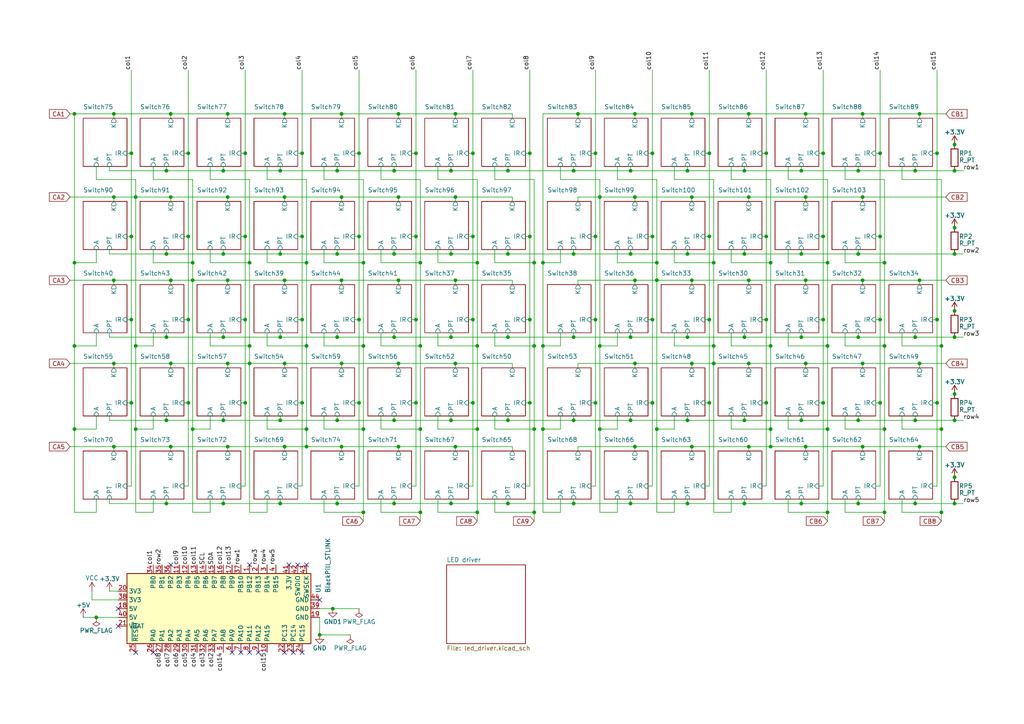
<source format=kicad_sch>
(kicad_sch (version 20211123) (generator eeschema)
  (paper "A4")
  (junction (at 205.74 68.58))
  (junction (at 114.3 97.79))
  (junction (at 205.74 44.45))
  (junction (at 71.12 68.58))
  (junction (at 184.15 57.15))
  (junction (at 223.52 100.33))
  (junction (at 232.41 73.66))
  (junction (at 115.57 105.41))
  (junction (at 54.61 116.84))
  (junction (at 256.54 100.33))
  (junction (at 167.64 33.02))
  (junction (at 182.88 73.66))
  (junction (at 250.19 129.54))
  (junction (at 184.15 105.41))
  (junction (at 87.63 116.84))
  (junction (at 55.88 124.46))
  (junction (at 222.25 116.84))
  (junction (at 115.57 129.54))
  (junction (at 114.3 146.05))
  (junction (at 99.06 129.54))
  (junction (at 250.19 81.28))
  (junction (at 266.7 33.02))
  (junction (at 99.06 33.02))
  (junction (at 207.01 100.33))
  (junction (at 273.05 124.46))
  (junction (at 99.06 57.15))
  (junction (at 39.37 100.33))
  (junction (at 82.55 33.02))
  (junction (at 137.16 68.58))
  (junction (at 217.17 81.28))
  (junction (at 189.23 116.84))
  (junction (at 248.92 121.92))
  (junction (at 199.39 121.92))
  (junction (at 132.08 105.41))
  (junction (at 238.76 44.45))
  (junction (at 248.92 73.66))
  (junction (at 217.17 33.02))
  (junction (at 66.04 81.28))
  (junction (at 276.86 41.91))
  (junction (at 88.9 124.46))
  (junction (at 232.41 121.92))
  (junction (at 105.41 148.59))
  (junction (at 190.5 124.46))
  (junction (at 115.57 33.02))
  (junction (at 276.86 90.17))
  (junction (at 132.08 33.02))
  (junction (at 200.66 105.41))
  (junction (at 147.32 49.53))
  (junction (at 173.99 124.46))
  (junction (at 120.65 44.45))
  (junction (at 256.54 76.2))
  (junction (at 88.9 100.33))
  (junction (at 199.39 73.66))
  (junction (at 64.77 49.53))
  (junction (at 39.37 124.46))
  (junction (at 33.02 57.15))
  (junction (at 120.65 116.84))
  (junction (at 64.77 97.79))
  (junction (at 81.28 146.05))
  (junction (at 82.55 81.28))
  (junction (at 215.9 121.92))
  (junction (at 104.14 92.71))
  (junction (at 72.39 100.33))
  (junction (at 276.86 49.53))
  (junction (at 49.53 57.15))
  (junction (at 266.7 105.41))
  (junction (at 248.92 49.53))
  (junction (at 215.9 146.05))
  (junction (at 97.79 73.66))
  (junction (at 240.03 124.46))
  (junction (at 271.78 116.84))
  (junction (at 66.04 33.02))
  (junction (at 248.92 146.05))
  (junction (at 154.94 100.33))
  (junction (at 190.5 81.28))
  (junction (at 114.3 73.66))
  (junction (at 153.67 116.84))
  (junction (at 38.1 68.58))
  (junction (at 276.86 97.79))
  (junction (at 232.41 97.79))
  (junction (at 166.37 146.05))
  (junction (at 87.63 44.45))
  (junction (at 137.16 44.45))
  (junction (at 189.23 92.71))
  (junction (at 276.86 66.04))
  (junction (at 71.12 116.84))
  (junction (at 217.17 57.15))
  (junction (at 48.26 73.66))
  (junction (at 199.39 49.53))
  (junction (at 200.66 57.15))
  (junction (at 276.86 114.3))
  (junction (at 199.39 97.79))
  (junction (at 21.59 76.2))
  (junction (at 200.66 129.54))
  (junction (at 33.02 129.54))
  (junction (at 115.57 57.15))
  (junction (at 97.79 121.92))
  (junction (at 54.61 68.58))
  (junction (at 166.37 121.92))
  (junction (at 130.81 49.53))
  (junction (at 48.26 97.79))
  (junction (at 256.54 124.46))
  (junction (at 21.59 124.46))
  (junction (at 256.54 148.59))
  (junction (at 172.72 44.45))
  (junction (at 105.41 76.2))
  (junction (at 71.12 92.71))
  (junction (at 222.25 68.58))
  (junction (at 33.02 81.28))
  (junction (at 115.57 81.28))
  (junction (at 166.37 73.66))
  (junction (at 105.41 100.33))
  (junction (at 273.05 100.33))
  (junction (at 173.99 57.15))
  (junction (at 137.16 116.84))
  (junction (at 97.79 146.05))
  (junction (at 255.27 44.45))
  (junction (at 157.48 124.46))
  (junction (at 81.28 121.92))
  (junction (at 182.88 121.92))
  (junction (at 184.15 129.54))
  (junction (at 38.1 92.71))
  (junction (at 81.28 49.53))
  (junction (at 99.06 105.41))
  (junction (at 250.19 105.41))
  (junction (at 55.88 76.2))
  (junction (at 238.76 92.71))
  (junction (at 66.04 129.54))
  (junction (at 273.05 148.59))
  (junction (at 223.52 124.46))
  (junction (at 276.86 146.05))
  (junction (at 238.76 116.84))
  (junction (at 132.08 57.15))
  (junction (at 232.41 49.53))
  (junction (at 222.25 92.71))
  (junction (at 233.68 81.28))
  (junction (at 33.02 33.02))
  (junction (at 240.03 76.2))
  (junction (at 276.86 73.66))
  (junction (at 138.43 124.46))
  (junction (at 276.86 121.92))
  (junction (at 233.68 57.15))
  (junction (at 153.67 68.58))
  (junction (at 207.01 105.41))
  (junction (at 154.94 76.2))
  (junction (at 104.14 68.58))
  (junction (at 215.9 49.53))
  (junction (at 39.37 57.15))
  (junction (at 92.71 184.15))
  (junction (at 200.66 81.28))
  (junction (at 223.52 76.2))
  (junction (at 172.72 68.58))
  (junction (at 255.27 68.58))
  (junction (at 49.53 81.28))
  (junction (at 121.92 124.46))
  (junction (at 200.66 33.02))
  (junction (at 182.88 146.05))
  (junction (at 137.16 92.71))
  (junction (at 82.55 57.15))
  (junction (at 233.68 129.54))
  (junction (at 153.67 92.71))
  (junction (at 276.86 138.43))
  (junction (at 271.78 92.71))
  (junction (at 172.72 92.71))
  (junction (at 154.94 148.59))
  (junction (at 130.81 97.79))
  (junction (at 130.81 146.05))
  (junction (at 222.25 44.45))
  (junction (at 266.7 81.28))
  (junction (at 215.9 97.79))
  (junction (at 265.43 121.92))
  (junction (at 255.27 116.84))
  (junction (at 172.72 116.84))
  (junction (at 21.59 100.33))
  (junction (at 138.43 76.2))
  (junction (at 266.7 129.54))
  (junction (at 121.92 148.59))
  (junction (at 33.02 105.41))
  (junction (at 105.41 124.46))
  (junction (at 82.55 105.41))
  (junction (at 190.5 76.2))
  (junction (at 66.04 57.15))
  (junction (at 97.79 49.53))
  (junction (at 120.65 92.71))
  (junction (at 147.32 97.79))
  (junction (at 38.1 44.45))
  (junction (at 138.43 100.33))
  (junction (at 173.99 100.33))
  (junction (at 132.08 81.28))
  (junction (at 64.77 121.92))
  (junction (at 265.43 49.53))
  (junction (at 71.12 44.45))
  (junction (at 217.17 129.54))
  (junction (at 49.53 33.02))
  (junction (at 97.79 97.79))
  (junction (at 233.68 33.02))
  (junction (at 147.32 121.92))
  (junction (at 114.3 121.92))
  (junction (at 166.37 97.79))
  (junction (at 248.92 97.79))
  (junction (at 238.76 68.58))
  (junction (at 182.88 49.53))
  (junction (at 48.26 121.92))
  (junction (at 182.88 97.79))
  (junction (at 121.92 76.2))
  (junction (at 147.32 146.05))
  (junction (at 72.39 105.41))
  (junction (at 55.88 81.28))
  (junction (at 250.19 57.15))
  (junction (at 154.94 124.46))
  (junction (at 48.26 49.53))
  (junction (at 132.08 129.54))
  (junction (at 99.06 81.28))
  (junction (at 130.81 121.92))
  (junction (at 265.43 97.79))
  (junction (at 240.03 100.33))
  (junction (at 138.43 148.59))
  (junction (at 217.17 105.41))
  (junction (at 157.48 100.33))
  (junction (at 104.14 44.45))
  (junction (at 104.14 116.84))
  (junction (at 66.04 105.41))
  (junction (at 157.48 76.2))
  (junction (at 64.77 146.05))
  (junction (at 114.3 49.53))
  (junction (at 54.61 92.71))
  (junction (at 87.63 92.71))
  (junction (at 233.68 105.41))
  (junction (at 205.74 116.84))
  (junction (at 121.92 100.33))
  (junction (at 189.23 44.45))
  (junction (at 48.26 146.05))
  (junction (at 120.65 68.58))
  (junction (at 49.53 105.41))
  (junction (at 81.28 97.79))
  (junction (at 49.53 129.54))
  (junction (at 21.59 33.02))
  (junction (at 64.77 73.66))
  (junction (at 82.55 129.54))
  (junction (at 88.9 129.54))
  (junction (at 96.52 176.53))
  (junction (at 215.9 73.66))
  (junction (at 250.19 33.02))
  (junction (at 88.9 76.2))
  (junction (at 27.94 179.07))
  (junction (at 265.43 146.05))
  (junction (at 153.67 44.45))
  (junction (at 184.15 81.28))
  (junction (at 54.61 44.45))
  (junction (at 81.28 73.66))
  (junction (at 199.39 146.05))
  (junction (at 184.15 33.02))
  (junction (at 72.39 76.2))
  (junction (at 189.23 68.58))
  (junction (at 232.41 146.05))
  (junction (at 271.78 44.45))
  (junction (at 38.1 116.84))
  (junction (at 147.32 73.66))
  (junction (at 166.37 49.53))
  (junction (at 130.81 73.66))
  (junction (at 223.52 129.54))
  (junction (at 255.27 92.71))
  (junction (at 240.03 148.59))
  (junction (at 205.74 92.71))
  (junction (at 207.01 76.2))
  (junction (at 87.63 68.58))
  (no_connect (at 49.53 163.83))
  (no_connect (at 92.71 173.99))
  (no_connect (at 44.45 189.23))
  (no_connect (at 39.37 189.23))
  (no_connect (at 34.29 181.61))
  (no_connect (at 34.29 176.53))
  (no_connect (at 74.93 189.23))
  (no_connect (at 72.39 189.23))
  (no_connect (at 69.85 189.23))
  (no_connect (at 67.31 189.23))
  (no_connect (at 72.39 163.83))
  (no_connect (at 83.82 163.83))
  (no_connect (at 86.36 163.83))
  (no_connect (at 88.9 163.83))
  (no_connect (at 82.55 189.23))
  (no_connect (at 85.09 189.23))
  (no_connect (at 87.63 189.23))
  (wire (pts (xy 147.32 97.79) (xy 166.37 97.79)))
  (wire (pts (xy 77.47 100.33) (xy 88.9 100.33)))
  (wire (pts (xy 104.14 68.58) (xy 104.14 92.71)))
  (wire (pts (xy 93.98 144.78) (xy 93.98 148.59)))
  (wire (pts (xy 49.53 129.54) (xy 66.04 129.54)))
  (wire (pts (xy 55.88 81.28) (xy 55.88 124.46)))
  (wire (pts (xy 72.39 105.41) (xy 82.55 105.41)))
  (wire (pts (xy 147.32 120.65) (xy 147.32 121.92)))
  (wire (pts (xy 200.66 105.41) (xy 200.66 106.68)))
  (wire (pts (xy 199.39 48.26) (xy 199.39 49.53)))
  (wire (pts (xy 276.86 146.05) (xy 279.4 146.05)))
  (wire (pts (xy 66.04 105.41) (xy 72.39 105.41)))
  (wire (pts (xy 248.92 121.92) (xy 265.43 121.92)))
  (wire (pts (xy 24.13 179.07) (xy 27.94 179.07)))
  (wire (pts (xy 38.1 44.45) (xy 38.1 68.58)))
  (wire (pts (xy 270.51 140.97) (xy 271.78 140.97)))
  (wire (pts (xy 152.4 68.58) (xy 153.67 68.58)))
  (wire (pts (xy 119.38 68.58) (xy 120.65 68.58)))
  (wire (pts (xy 66.04 33.02) (xy 82.55 33.02)))
  (wire (pts (xy 110.49 120.65) (xy 110.49 124.46)))
  (wire (pts (xy 238.76 92.71) (xy 238.76 116.84)))
  (wire (pts (xy 44.45 96.52) (xy 44.45 100.33)))
  (wire (pts (xy 266.7 81.28) (xy 266.7 82.55)))
  (wire (pts (xy 33.02 57.15) (xy 39.37 57.15)))
  (wire (pts (xy 256.54 100.33) (xy 256.54 124.46)))
  (wire (pts (xy 72.39 76.2) (xy 72.39 100.33)))
  (wire (pts (xy 184.15 57.15) (xy 200.66 57.15)))
  (wire (pts (xy 255.27 68.58) (xy 255.27 92.71)))
  (wire (pts (xy 223.52 129.54) (xy 233.68 129.54)))
  (wire (pts (xy 200.66 129.54) (xy 217.17 129.54)))
  (wire (pts (xy 237.49 92.71) (xy 238.76 92.71)))
  (wire (pts (xy 217.17 81.28) (xy 217.17 82.55)))
  (wire (pts (xy 187.96 140.97) (xy 189.23 140.97)))
  (wire (pts (xy 81.28 144.78) (xy 81.28 146.05)))
  (wire (pts (xy 271.78 92.71) (xy 271.78 116.84)))
  (wire (pts (xy 114.3 96.52) (xy 114.3 97.79)))
  (wire (pts (xy 167.64 129.54) (xy 184.15 129.54)))
  (wire (pts (xy 143.51 120.65) (xy 143.51 124.46)))
  (wire (pts (xy 200.66 57.15) (xy 200.66 58.42)))
  (wire (pts (xy 204.47 44.45) (xy 205.74 44.45)))
  (wire (pts (xy 135.89 140.97) (xy 137.16 140.97)))
  (wire (pts (xy 228.6 72.39) (xy 228.6 76.2)))
  (wire (pts (xy 27.94 179.07) (xy 34.29 179.07)))
  (wire (pts (xy 82.55 81.28) (xy 82.55 82.55)))
  (wire (pts (xy 121.92 124.46) (xy 121.92 148.59)))
  (wire (pts (xy 248.92 96.52) (xy 248.92 97.79)))
  (wire (pts (xy 223.52 124.46) (xy 223.52 129.54)))
  (wire (pts (xy 182.88 48.26) (xy 182.88 49.53)))
  (wire (pts (xy 81.28 73.66) (xy 97.79 73.66)))
  (wire (pts (xy 93.98 48.26) (xy 93.98 52.07)))
  (wire (pts (xy 232.41 121.92) (xy 248.92 121.92)))
  (wire (pts (xy 166.37 146.05) (xy 182.88 146.05)))
  (wire (pts (xy 60.96 76.2) (xy 72.39 76.2)))
  (wire (pts (xy 157.48 124.46) (xy 162.56 124.46)))
  (wire (pts (xy 199.39 146.05) (xy 215.9 146.05)))
  (wire (pts (xy 31.75 72.39) (xy 31.75 73.66)))
  (wire (pts (xy 120.65 44.45) (xy 120.65 68.58)))
  (wire (pts (xy 54.61 92.71) (xy 54.61 116.84)))
  (wire (pts (xy 215.9 49.53) (xy 232.41 49.53)))
  (wire (pts (xy 99.06 105.41) (xy 115.57 105.41)))
  (wire (pts (xy 33.02 33.02) (xy 49.53 33.02)))
  (wire (pts (xy 115.57 57.15) (xy 115.57 58.42)))
  (wire (pts (xy 115.57 129.54) (xy 132.08 129.54)))
  (wire (pts (xy 48.26 49.53) (xy 64.77 49.53)))
  (wire (pts (xy 39.37 100.33) (xy 39.37 124.46)))
  (wire (pts (xy 250.19 105.41) (xy 266.7 105.41)))
  (wire (pts (xy 93.98 124.46) (xy 105.41 124.46)))
  (wire (pts (xy 64.77 146.05) (xy 81.28 146.05)))
  (wire (pts (xy 190.5 52.07) (xy 190.5 76.2)))
  (wire (pts (xy 64.77 120.65) (xy 64.77 121.92)))
  (wire (pts (xy 222.25 20.32) (xy 222.25 44.45)))
  (wire (pts (xy 31.75 96.52) (xy 31.75 97.79)))
  (wire (pts (xy 132.08 57.15) (xy 148.59 57.15)))
  (wire (pts (xy 254 116.84) (xy 255.27 116.84)))
  (wire (pts (xy 77.47 124.46) (xy 88.9 124.46)))
  (wire (pts (xy 114.3 97.79) (xy 130.81 97.79)))
  (wire (pts (xy 195.58 72.39) (xy 195.58 76.2)))
  (wire (pts (xy 205.74 20.32) (xy 205.74 44.45)))
  (wire (pts (xy 232.41 48.26) (xy 232.41 49.53)))
  (wire (pts (xy 212.09 124.46) (xy 223.52 124.46)))
  (wire (pts (xy 248.92 49.53) (xy 265.43 49.53)))
  (wire (pts (xy 223.52 52.07) (xy 223.52 76.2)))
  (wire (pts (xy 222.25 68.58) (xy 222.25 92.71)))
  (wire (pts (xy 222.25 44.45) (xy 222.25 68.58)))
  (wire (pts (xy 64.77 72.39) (xy 64.77 73.66)))
  (wire (pts (xy 250.19 57.15) (xy 274.32 57.15)))
  (wire (pts (xy 102.87 44.45) (xy 104.14 44.45)))
  (wire (pts (xy 207.01 76.2) (xy 207.01 100.33)))
  (wire (pts (xy 157.48 33.02) (xy 157.48 76.2)))
  (wire (pts (xy 233.68 105.41) (xy 233.68 106.68)))
  (wire (pts (xy 130.81 72.39) (xy 130.81 73.66)))
  (wire (pts (xy 265.43 144.78) (xy 265.43 146.05)))
  (wire (pts (xy 86.36 68.58) (xy 87.63 68.58)))
  (wire (pts (xy 261.62 96.52) (xy 261.62 100.33)))
  (wire (pts (xy 237.49 140.97) (xy 238.76 140.97)))
  (wire (pts (xy 250.19 81.28) (xy 250.19 82.55)))
  (wire (pts (xy 195.58 76.2) (xy 207.01 76.2)))
  (wire (pts (xy 200.66 81.28) (xy 200.66 82.55)))
  (wire (pts (xy 248.92 97.79) (xy 265.43 97.79)))
  (wire (pts (xy 114.3 120.65) (xy 114.3 121.92)))
  (wire (pts (xy 173.99 52.07) (xy 173.99 57.15)))
  (wire (pts (xy 33.02 81.28) (xy 49.53 81.28)))
  (wire (pts (xy 215.9 48.26) (xy 215.9 49.53)))
  (wire (pts (xy 167.64 105.41) (xy 167.64 106.68)))
  (wire (pts (xy 132.08 33.02) (xy 148.59 33.02)))
  (wire (pts (xy 162.56 120.65) (xy 162.56 124.46)))
  (wire (pts (xy 179.07 48.26) (xy 179.07 52.07)))
  (wire (pts (xy 44.45 52.07) (xy 55.88 52.07)))
  (wire (pts (xy 69.85 44.45) (xy 71.12 44.45)))
  (wire (pts (xy 87.63 92.71) (xy 87.63 116.84)))
  (wire (pts (xy 82.55 33.02) (xy 99.06 33.02)))
  (wire (pts (xy 167.64 81.28) (xy 184.15 81.28)))
  (wire (pts (xy 245.11 120.65) (xy 245.11 124.46)))
  (wire (pts (xy 184.15 129.54) (xy 184.15 130.81)))
  (wire (pts (xy 148.59 57.15) (xy 148.59 58.42)))
  (wire (pts (xy 66.04 81.28) (xy 66.04 82.55)))
  (wire (pts (xy 204.47 116.84) (xy 205.74 116.84)))
  (wire (pts (xy 232.41 146.05) (xy 248.92 146.05)))
  (wire (pts (xy 167.64 57.15) (xy 167.64 58.42)))
  (wire (pts (xy 195.58 120.65) (xy 195.58 124.46)))
  (wire (pts (xy 148.59 81.28) (xy 148.59 82.55)))
  (wire (pts (xy 212.09 144.78) (xy 212.09 148.59)))
  (wire (pts (xy 115.57 105.41) (xy 115.57 106.68)))
  (wire (pts (xy 97.79 48.26) (xy 97.79 49.53)))
  (wire (pts (xy 255.27 20.32) (xy 255.27 44.45)))
  (wire (pts (xy 36.83 92.71) (xy 38.1 92.71)))
  (wire (pts (xy 240.03 76.2) (xy 240.03 100.33)))
  (wire (pts (xy 238.76 116.84) (xy 238.76 140.97)))
  (wire (pts (xy 64.77 48.26) (xy 64.77 49.53)))
  (wire (pts (xy 220.98 116.84) (xy 222.25 116.84)))
  (wire (pts (xy 48.26 72.39) (xy 48.26 73.66)))
  (wire (pts (xy 157.48 148.59) (xy 162.56 148.59)))
  (wire (pts (xy 228.6 76.2) (xy 240.03 76.2)))
  (wire (pts (xy 99.06 33.02) (xy 115.57 33.02)))
  (wire (pts (xy 148.59 33.02) (xy 148.59 34.29)))
  (wire (pts (xy 223.52 76.2) (xy 223.52 100.33)))
  (wire (pts (xy 184.15 129.54) (xy 200.66 129.54)))
  (wire (pts (xy 34.29 173.99) (xy 26.67 173.99)))
  (wire (pts (xy 115.57 105.41) (xy 132.08 105.41)))
  (wire (pts (xy 182.88 97.79) (xy 199.39 97.79)))
  (wire (pts (xy 60.96 52.07) (xy 72.39 52.07)))
  (wire (pts (xy 182.88 120.65) (xy 182.88 121.92)))
  (wire (pts (xy 39.37 124.46) (xy 44.45 124.46)))
  (wire (pts (xy 190.5 81.28) (xy 190.5 124.46)))
  (wire (pts (xy 135.89 68.58) (xy 137.16 68.58)))
  (wire (pts (xy 187.96 116.84) (xy 189.23 116.84)))
  (wire (pts (xy 248.92 73.66) (xy 276.86 73.66)))
  (wire (pts (xy 49.53 105.41) (xy 49.53 106.68)))
  (wire (pts (xy 245.11 144.78) (xy 245.11 148.59)))
  (wire (pts (xy 199.39 73.66) (xy 215.9 73.66)))
  (wire (pts (xy 33.02 129.54) (xy 33.02 130.81)))
  (wire (pts (xy 88.9 76.2) (xy 88.9 100.33)))
  (wire (pts (xy 120.65 92.71) (xy 120.65 116.84)))
  (wire (pts (xy 33.02 33.02) (xy 33.02 34.29)))
  (wire (pts (xy 143.51 148.59) (xy 154.94 148.59)))
  (wire (pts (xy 233.68 81.28) (xy 233.68 82.55)))
  (wire (pts (xy 172.72 68.58) (xy 172.72 92.71)))
  (wire (pts (xy 217.17 57.15) (xy 217.17 58.42)))
  (wire (pts (xy 71.12 68.58) (xy 71.12 92.71)))
  (wire (pts (xy 248.92 72.39) (xy 248.92 73.66)))
  (wire (pts (xy 77.47 144.78) (xy 77.47 148.59)))
  (wire (pts (xy 232.41 73.66) (xy 248.92 73.66)))
  (wire (pts (xy 77.47 52.07) (xy 88.9 52.07)))
  (wire (pts (xy 86.36 116.84) (xy 87.63 116.84)))
  (wire (pts (xy 99.06 129.54) (xy 99.06 130.81)))
  (wire (pts (xy 119.38 92.71) (xy 120.65 92.71)))
  (wire (pts (xy 104.14 20.32) (xy 104.14 44.45)))
  (wire (pts (xy 31.75 49.53) (xy 48.26 49.53)))
  (wire (pts (xy 55.88 52.07) (xy 55.88 76.2)))
  (wire (pts (xy 81.28 121.92) (xy 97.79 121.92)))
  (wire (pts (xy 238.76 20.32) (xy 238.76 44.45)))
  (wire (pts (xy 27.94 72.39) (xy 27.94 76.2)))
  (wire (pts (xy 82.55 105.41) (xy 99.06 105.41)))
  (wire (pts (xy 127 96.52) (xy 127 100.33)))
  (wire (pts (xy 190.5 81.28) (xy 200.66 81.28)))
  (wire (pts (xy 60.96 48.26) (xy 60.96 52.07)))
  (wire (pts (xy 162.56 72.39) (xy 162.56 76.2)))
  (wire (pts (xy 31.75 121.92) (xy 48.26 121.92)))
  (wire (pts (xy 271.78 20.32) (xy 271.78 44.45)))
  (wire (pts (xy 153.67 92.71) (xy 153.67 116.84)))
  (wire (pts (xy 66.04 105.41) (xy 66.04 106.68)))
  (wire (pts (xy 245.11 96.52) (xy 245.11 100.33)))
  (wire (pts (xy 36.83 140.97) (xy 38.1 140.97)))
  (wire (pts (xy 172.72 44.45) (xy 172.72 68.58)))
  (wire (pts (xy 162.56 52.07) (xy 173.99 52.07)))
  (wire (pts (xy 265.43 146.05) (xy 276.86 146.05)))
  (wire (pts (xy 205.74 68.58) (xy 205.74 92.71)))
  (wire (pts (xy 21.59 100.33) (xy 21.59 124.46)))
  (wire (pts (xy 266.7 105.41) (xy 274.32 105.41)))
  (wire (pts (xy 167.64 129.54) (xy 167.64 130.81)))
  (wire (pts (xy 204.47 140.97) (xy 205.74 140.97)))
  (wire (pts (xy 96.52 176.53) (xy 104.14 176.53)))
  (wire (pts (xy 240.03 148.59) (xy 240.03 151.13)))
  (wire (pts (xy 232.41 120.65) (xy 232.41 121.92)))
  (wire (pts (xy 64.77 96.52) (xy 64.77 97.79)))
  (wire (pts (xy 199.39 144.78) (xy 199.39 146.05)))
  (wire (pts (xy 173.99 124.46) (xy 179.07 124.46)))
  (wire (pts (xy 179.07 52.07) (xy 190.5 52.07)))
  (wire (pts (xy 148.59 105.41) (xy 148.59 106.68)))
  (wire (pts (xy 265.43 48.26) (xy 265.43 49.53)))
  (wire (pts (xy 48.26 120.65) (xy 48.26 121.92)))
  (wire (pts (xy 173.99 57.15) (xy 173.99 100.33)))
  (wire (pts (xy 48.26 146.05) (xy 64.77 146.05)))
  (wire (pts (xy 217.17 33.02) (xy 233.68 33.02)))
  (wire (pts (xy 54.61 68.58) (xy 54.61 92.71)))
  (wire (pts (xy 215.9 72.39) (xy 215.9 73.66)))
  (wire (pts (xy 273.05 124.46) (xy 273.05 148.59)))
  (wire (pts (xy 143.51 124.46) (xy 154.94 124.46)))
  (wire (pts (xy 53.34 92.71) (xy 54.61 92.71)))
  (wire (pts (xy 261.62 48.26) (xy 261.62 52.07)))
  (wire (pts (xy 270.51 92.71) (xy 271.78 92.71)))
  (wire (pts (xy 179.07 76.2) (xy 190.5 76.2)))
  (wire (pts (xy 36.83 116.84) (xy 38.1 116.84)))
  (wire (pts (xy 195.58 48.26) (xy 195.58 52.07)))
  (wire (pts (xy 132.08 105.41) (xy 132.08 106.68)))
  (wire (pts (xy 121.92 100.33) (xy 121.92 124.46)))
  (wire (pts (xy 38.1 116.84) (xy 38.1 140.97)))
  (wire (pts (xy 99.06 81.28) (xy 115.57 81.28)))
  (wire (pts (xy 115.57 57.15) (xy 132.08 57.15)))
  (wire (pts (xy 44.45 76.2) (xy 55.88 76.2)))
  (wire (pts (xy 166.37 49.53) (xy 182.88 49.53)))
  (wire (pts (xy 97.79 96.52) (xy 97.79 97.79)))
  (wire (pts (xy 97.79 72.39) (xy 97.79 73.66)))
  (wire (pts (xy 245.11 100.33) (xy 256.54 100.33)))
  (wire (pts (xy 99.06 33.02) (xy 99.06 34.29)))
  (wire (pts (xy 77.47 96.52) (xy 77.47 100.33)))
  (wire (pts (xy 71.12 20.32) (xy 71.12 44.45)))
  (wire (pts (xy 26.67 173.99) (xy 26.67 171.45)))
  (wire (pts (xy 256.54 124.46) (xy 256.54 148.59)))
  (wire (pts (xy 179.07 120.65) (xy 179.07 124.46)))
  (wire (pts (xy 81.28 48.26) (xy 81.28 49.53)))
  (wire (pts (xy 132.08 81.28) (xy 132.08 82.55)))
  (wire (pts (xy 217.17 57.15) (xy 233.68 57.15)))
  (wire (pts (xy 138.43 148.59) (xy 138.43 151.13)))
  (wire (pts (xy 87.63 116.84) (xy 87.63 140.97)))
  (wire (pts (xy 93.98 148.59) (xy 105.41 148.59)))
  (wire (pts (xy 88.9 124.46) (xy 88.9 129.54)))
  (wire (pts (xy 166.37 97.79) (xy 182.88 97.79)))
  (wire (pts (xy 215.9 144.78) (xy 215.9 146.05)))
  (wire (pts (xy 199.39 97.79) (xy 215.9 97.79)))
  (wire (pts (xy 154.94 52.07) (xy 154.94 76.2)))
  (wire (pts (xy 245.11 148.59) (xy 256.54 148.59)))
  (wire (pts (xy 189.23 92.71) (xy 189.23 116.84)))
  (wire (pts (xy 20.32 33.02) (xy 21.59 33.02)))
  (wire (pts (xy 265.43 97.79) (xy 276.86 97.79)))
  (wire (pts (xy 27.94 144.78) (xy 27.94 148.59)))
  (wire (pts (xy 261.62 120.65) (xy 261.62 124.46)))
  (wire (pts (xy 245.11 52.07) (xy 256.54 52.07)))
  (wire (pts (xy 53.34 68.58) (xy 54.61 68.58)))
  (wire (pts (xy 250.19 129.54) (xy 250.19 130.81)))
  (wire (pts (xy 104.14 92.71) (xy 104.14 116.84)))
  (wire (pts (xy 250.19 57.15) (xy 250.19 58.42)))
  (wire (pts (xy 130.81 144.78) (xy 130.81 146.05)))
  (wire (pts (xy 266.7 129.54) (xy 266.7 130.81)))
  (wire (pts (xy 49.53 81.28) (xy 55.88 81.28)))
  (wire (pts (xy 173.99 148.59) (xy 179.07 148.59)))
  (wire (pts (xy 81.28 49.53) (xy 97.79 49.53)))
  (wire (pts (xy 92.71 176.53) (xy 96.52 176.53)))
  (wire (pts (xy 222.25 92.71) (xy 222.25 116.84)))
  (wire (pts (xy 71.12 116.84) (xy 71.12 140.97)))
  (wire (pts (xy 130.81 73.66) (xy 147.32 73.66)))
  (wire (pts (xy 254 44.45) (xy 255.27 44.45)))
  (wire (pts (xy 21.59 76.2) (xy 27.94 76.2)))
  (wire (pts (xy 271.78 44.45) (xy 271.78 92.71)))
  (wire (pts (xy 27.94 48.26) (xy 27.94 52.07)))
  (wire (pts (xy 273.05 100.33) (xy 273.05 124.46)))
  (wire (pts (xy 215.9 96.52) (xy 215.9 97.79)))
  (wire (pts (xy 199.39 96.52) (xy 199.39 97.79)))
  (wire (pts (xy 121.92 76.2) (xy 121.92 100.33)))
  (wire (pts (xy 31.75 120.65) (xy 31.75 121.92)))
  (wire (pts (xy 31.75 144.78) (xy 31.75 146.05)))
  (wire (pts (xy 39.37 100.33) (xy 44.45 100.33)))
  (wire (pts (xy 205.74 92.71) (xy 205.74 116.84)))
  (wire (pts (xy 250.19 33.02) (xy 250.19 34.29)))
  (wire (pts (xy 119.38 140.97) (xy 120.65 140.97)))
  (wire (pts (xy 266.7 33.02) (xy 266.7 34.29)))
  (wire (pts (xy 233.68 57.15) (xy 250.19 57.15)))
  (wire (pts (xy 72.39 52.07) (xy 72.39 76.2)))
  (wire (pts (xy 102.87 92.71) (xy 104.14 92.71)))
  (wire (pts (xy 187.96 92.71) (xy 189.23 92.71)))
  (wire (pts (xy 127 120.65) (xy 127 124.46)))
  (wire (pts (xy 33.02 105.41) (xy 33.02 106.68)))
  (wire (pts (xy 53.34 116.84) (xy 54.61 116.84)))
  (wire (pts (xy 48.26 144.78) (xy 48.26 146.05)))
  (wire (pts (xy 276.86 97.79) (xy 279.4 97.79)))
  (wire (pts (xy 200.66 81.28) (xy 217.17 81.28)))
  (wire (pts (xy 82.55 33.02) (xy 82.55 34.29)))
  (wire (pts (xy 217.17 129.54) (xy 217.17 130.81)))
  (wire (pts (xy 87.63 44.45) (xy 87.63 68.58)))
  (wire (pts (xy 121.92 52.07) (xy 121.92 76.2)))
  (wire (pts (xy 189.23 20.32) (xy 189.23 44.45)))
  (wire (pts (xy 147.32 121.92) (xy 166.37 121.92)))
  (wire (pts (xy 237.49 68.58) (xy 238.76 68.58)))
  (wire (pts (xy 182.88 73.66) (xy 199.39 73.66)))
  (wire (pts (xy 82.55 81.28) (xy 99.06 81.28)))
  (wire (pts (xy 55.88 124.46) (xy 55.88 148.59)))
  (wire (pts (xy 154.94 148.59) (xy 154.94 151.13)))
  (wire (pts (xy 189.23 116.84) (xy 189.23 140.97)))
  (wire (pts (xy 88.9 52.07) (xy 88.9 76.2)))
  (wire (pts (xy 132.08 129.54) (xy 148.59 129.54)))
  (wire (pts (xy 212.09 96.52) (xy 212.09 100.33)))
  (wire (pts (xy 114.3 146.05) (xy 130.81 146.05)))
  (wire (pts (xy 31.75 171.45) (xy 34.29 171.45)))
  (wire (pts (xy 81.28 96.52) (xy 81.28 97.79)))
  (wire (pts (xy 154.94 124.46) (xy 154.94 148.59)))
  (wire (pts (xy 77.47 76.2) (xy 88.9 76.2)))
  (wire (pts (xy 207.01 148.59) (xy 212.09 148.59)))
  (wire (pts (xy 167.64 33.02) (xy 157.48 33.02)))
  (wire (pts (xy 86.36 92.71) (xy 87.63 92.71)))
  (wire (pts (xy 162.56 96.52) (xy 162.56 100.33)))
  (wire (pts (xy 200.66 129.54) (xy 200.66 130.81)))
  (wire (pts (xy 212.09 72.39) (xy 212.09 76.2)))
  (wire (pts (xy 270.51 44.45) (xy 271.78 44.45)))
  (wire (pts (xy 115.57 81.28) (xy 132.08 81.28)))
  (wire (pts (xy 189.23 44.45) (xy 189.23 68.58)))
  (wire (pts (xy 69.85 140.97) (xy 71.12 140.97)))
  (wire (pts (xy 93.98 52.07) (xy 105.41 52.07)))
  (wire (pts (xy 81.28 146.05) (xy 97.79 146.05)))
  (wire (pts (xy 184.15 57.15) (xy 184.15 58.42)))
  (wire (pts (xy 64.77 144.78) (xy 64.77 146.05)))
  (wire (pts (xy 265.43 96.52) (xy 265.43 97.79)))
  (wire (pts (xy 138.43 76.2) (xy 138.43 100.33)))
  (wire (pts (xy 105.41 52.07) (xy 105.41 76.2)))
  (wire (pts (xy 255.27 92.71) (xy 255.27 116.84)))
  (wire (pts (xy 232.41 96.52) (xy 232.41 97.79)))
  (wire (pts (xy 273.05 148.59) (xy 273.05 151.13)))
  (wire (pts (xy 173.99 100.33) (xy 173.99 124.46)))
  (wire (pts (xy 250.19 33.02) (xy 266.7 33.02)))
  (wire (pts (xy 114.3 121.92) (xy 130.81 121.92)))
  (wire (pts (xy 232.41 144.78) (xy 232.41 146.05)))
  (wire (pts (xy 86.36 44.45) (xy 87.63 44.45)))
  (wire (pts (xy 110.49 124.46) (xy 121.92 124.46)))
  (wire (pts (xy 99.06 57.15) (xy 99.06 58.42)))
  (wire (pts (xy 220.98 92.71) (xy 222.25 92.71)))
  (wire (pts (xy 39.37 148.59) (xy 44.45 148.59)))
  (wire (pts (xy 33.02 57.15) (xy 33.02 58.42)))
  (wire (pts (xy 157.48 100.33) (xy 157.48 124.46)))
  (wire (pts (xy 212.09 100.33) (xy 223.52 100.33)))
  (wire (pts (xy 66.04 129.54) (xy 66.04 130.81)))
  (wire (pts (xy 240.03 100.33) (xy 240.03 124.46)))
  (wire (pts (xy 195.58 52.07) (xy 207.01 52.07)))
  (wire (pts (xy 240.03 52.07) (xy 240.03 76.2)))
  (wire (pts (xy 195.58 96.52) (xy 195.58 100.33)))
  (wire (pts (xy 20.32 129.54) (xy 33.02 129.54)))
  (wire (pts (xy 77.47 120.65) (xy 77.47 124.46)))
  (wire (pts (xy 110.49 48.26) (xy 110.49 52.07)))
  (wire (pts (xy 157.48 76.2) (xy 162.56 76.2)))
  (wire (pts (xy 167.64 57.15) (xy 173.99 57.15)))
  (wire (pts (xy 199.39 72.39) (xy 199.39 73.66)))
  (wire (pts (xy 21.59 148.59) (xy 27.94 148.59)))
  (wire (pts (xy 127 48.26) (xy 127 52.07)))
  (wire (pts (xy 245.11 48.26) (xy 245.11 52.07)))
  (wire (pts (xy 261.62 100.33) (xy 273.05 100.33)))
  (wire (pts (xy 105.41 148.59) (xy 105.41 151.13)))
  (wire (pts (xy 97.79 73.66) (xy 114.3 73.66)))
  (wire (pts (xy 233.68 33.02) (xy 233.68 34.29)))
  (wire (pts (xy 82.55 129.54) (xy 88.9 129.54)))
  (wire (pts (xy 270.51 116.84) (xy 271.78 116.84)))
  (wire (pts (xy 228.6 124.46) (xy 240.03 124.46)))
  (wire (pts (xy 53.34 140.97) (xy 54.61 140.97)))
  (wire (pts (xy 115.57 33.02) (xy 132.08 33.02)))
  (wire (pts (xy 266.7 33.02) (xy 274.32 33.02)))
  (wire (pts (xy 266.7 129.54) (xy 274.32 129.54)))
  (wire (pts (xy 20.32 81.28) (xy 33.02 81.28)))
  (wire (pts (xy 228.6 100.33) (xy 240.03 100.33)))
  (wire (pts (xy 212.09 76.2) (xy 223.52 76.2)))
  (wire (pts (xy 167.64 33.02) (xy 184.15 33.02)))
  (wire (pts (xy 48.26 96.52) (xy 48.26 97.79)))
  (wire (pts (xy 49.53 33.02) (xy 66.04 33.02)))
  (wire (pts (xy 184.15 33.02) (xy 184.15 34.29)))
  (wire (pts (xy 127 124.46) (xy 138.43 124.46)))
  (wire (pts (xy 82.55 129.54) (xy 82.55 130.81)))
  (wire (pts (xy 147.32 146.05) (xy 166.37 146.05)))
  (wire (pts (xy 154.94 76.2) (xy 154.94 100.33)))
  (wire (pts (xy 110.49 96.52) (xy 110.49 100.33)))
  (wire (pts (xy 92.71 184.15) (xy 101.6 184.15)))
  (wire (pts (xy 110.49 144.78) (xy 110.49 148.59)))
  (wire (pts (xy 173.99 100.33) (xy 179.07 100.33)))
  (wire (pts (xy 147.32 72.39) (xy 147.32 73.66)))
  (wire (pts (xy 217.17 81.28) (xy 233.68 81.28)))
  (wire (pts (xy 172.72 92.71) (xy 172.72 116.84)))
  (wire (pts (xy 152.4 44.45) (xy 153.67 44.45)))
  (wire (pts (xy 143.51 52.07) (xy 154.94 52.07)))
  (wire (pts (xy 88.9 100.33) (xy 88.9 124.46)))
  (wire (pts (xy 21.59 76.2) (xy 21.59 100.33)))
  (wire (pts (xy 157.48 100.33) (xy 162.56 100.33)))
  (wire (pts (xy 228.6 148.59) (xy 240.03 148.59)))
  (wire (pts (xy 237.49 116.84) (xy 238.76 116.84)))
  (wire (pts (xy 162.56 48.26) (xy 162.56 52.07)))
  (wire (pts (xy 93.98 72.39) (xy 93.98 76.2)))
  (wire (pts (xy 261.62 144.78) (xy 261.62 148.59)))
  (wire (pts (xy 60.96 120.65) (xy 60.96 124.46)))
  (wire (pts (xy 27.94 96.52) (xy 27.94 100.33)))
  (wire (pts (xy 93.98 100.33) (xy 105.41 100.33)))
  (wire (pts (xy 44.45 48.26) (xy 44.45 52.07)))
  (wire (pts (xy 190.5 124.46) (xy 195.58 124.46)))
  (wire (pts (xy 115.57 129.54) (xy 115.57 130.81)))
  (wire (pts (xy 204.47 68.58) (xy 205.74 68.58)))
  (wire (pts (xy 220.98 44.45) (xy 222.25 44.45)))
  (wire (pts (xy 102.87 140.97) (xy 104.14 140.97)))
  (wire (pts (xy 147.32 73.66) (xy 166.37 73.66)))
  (wire (pts (xy 49.53 57.15) (xy 66.04 57.15)))
  (wire (pts (xy 97.79 121.92) (xy 114.3 121.92)))
  (wire (pts (xy 276.86 49.53) (xy 279.4 49.53)))
  (wire (pts (xy 86.36 140.97) (xy 87.63 140.97)))
  (wire (pts (xy 152.4 140.97) (xy 153.67 140.97)))
  (wire (pts (xy 173.99 57.15) (xy 184.15 57.15)))
  (wire (pts (xy 38.1 20.32) (xy 38.1 44.45)))
  (wire (pts (xy 105.41 124.46) (xy 105.41 148.59)))
  (wire (pts (xy 171.45 116.84) (xy 172.72 116.84)))
  (wire (pts (xy 110.49 72.39) (xy 110.49 76.2)))
  (wire (pts (xy 143.51 48.26) (xy 143.51 52.07)))
  (wire (pts (xy 182.88 49.53) (xy 199.39 49.53)))
  (wire (pts (xy 49.53 57.15) (xy 49.53 58.42)))
  (wire (pts (xy 93.98 96.52) (xy 93.98 100.33)))
  (wire (pts (xy 120.65 68.58) (xy 120.65 92.71)))
  (wire (pts (xy 184.15 81.28) (xy 184.15 82.55)))
  (wire (pts (xy 166.37 121.92) (xy 182.88 121.92)))
  (wire (pts (xy 228.6 144.78) (xy 228.6 148.59)))
  (wire (pts (xy 152.4 116.84) (xy 153.67 116.84)))
  (wire (pts (xy 114.3 73.66) (xy 130.81 73.66)))
  (wire (pts (xy 276.86 121.92) (xy 279.4 121.92)))
  (wire (pts (xy 36.83 68.58) (xy 38.1 68.58)))
  (wire (pts (xy 190.5 148.59) (xy 195.58 148.59)))
  (wire (pts (xy 245.11 124.46) (xy 256.54 124.46)))
  (wire (pts (xy 21.59 33.02) (xy 21.59 76.2)))
  (wire (pts (xy 114.3 144.78) (xy 114.3 146.05)))
  (wire (pts (xy 55.88 76.2) (xy 55.88 81.28)))
  (wire (pts (xy 212.09 52.07) (xy 223.52 52.07)))
  (wire (pts (xy 99.06 105.41) (xy 99.06 106.68)))
  (wire (pts (xy 207.01 100.33) (xy 207.01 105.41)))
  (wire (pts (xy 49.53 129.54) (xy 49.53 130.81)))
  (wire (pts (xy 60.96 96.52) (xy 60.96 100.33)))
  (wire (pts (xy 166.37 144.78) (xy 166.37 146.05)))
  (wire (pts (xy 82.55 105.41) (xy 82.55 106.68)))
  (wire (pts (xy 66.04 81.28) (xy 82.55 81.28)))
  (wire (pts (xy 87.63 68.58) (xy 87.63 92.71)))
  (wire (pts (xy 110.49 100.33) (xy 121.92 100.33)))
  (wire (pts (xy 233.68 105.41) (xy 250.19 105.41)))
  (wire (pts (xy 81.28 97.79) (xy 97.79 97.79)))
  (wire (pts (xy 97.79 146.05) (xy 114.3 146.05)))
  (wire (pts (xy 152.4 92.71) (xy 153.67 92.71)))
  (wire (pts (xy 127 148.59) (xy 138.43 148.59)))
  (wire (pts (xy 54.61 44.45) (xy 54.61 68.58)))
  (wire (pts (xy 271.78 116.84) (xy 271.78 140.97)))
  (wire (pts (xy 171.45 68.58) (xy 172.72 68.58)))
  (wire (pts (xy 254 68.58) (xy 255.27 68.58)))
  (wire (pts (xy 88.9 129.54) (xy 99.06 129.54)))
  (wire (pts (xy 276.86 73.66) (xy 279.4 73.66)))
  (wire (pts (xy 39.37 57.15) (xy 49.53 57.15)))
  (wire (pts (xy 248.92 144.78) (xy 248.92 146.05)))
  (wire (pts (xy 195.58 100.33) (xy 207.01 100.33)))
  (wire (pts (xy 21.59 124.46) (xy 21.59 148.59)))
  (wire (pts (xy 233.68 129.54) (xy 233.68 130.81)))
  (wire (pts (xy 182.88 146.05) (xy 199.39 146.05)))
  (wire (pts (xy 33.02 81.28) (xy 33.02 82.55)))
  (wire (pts (xy 77.47 48.26) (xy 77.47 52.07)))
  (wire (pts (xy 127 72.39) (xy 127 76.2)))
  (wire (pts (xy 215.9 73.66) (xy 232.41 73.66)))
  (wire (pts (xy 261.62 148.59) (xy 273.05 148.59)))
  (wire (pts (xy 130.81 121.92) (xy 147.32 121.92)))
  (wire (pts (xy 130.81 97.79) (xy 147.32 97.79)))
  (wire (pts (xy 92.71 179.07) (xy 92.71 184.15)))
  (wire (pts (xy 256.54 52.07) (xy 256.54 76.2)))
  (wire (pts (xy 33.02 105.41) (xy 49.53 105.41)))
  (wire (pts (xy 232.41 97.79) (xy 248.92 97.79)))
  (wire (pts (xy 207.01 105.41) (xy 217.17 105.41)))
  (wire (pts (xy 187.96 44.45) (xy 189.23 44.45)))
  (wire (pts (xy 232.41 49.53) (xy 248.92 49.53)))
  (wire (pts (xy 138.43 124.46) (xy 138.43 148.59)))
  (wire (pts (xy 21.59 100.33) (xy 27.94 100.33)))
  (wire (pts (xy 147.32 48.26) (xy 147.32 49.53)))
  (wire (pts (xy 120.65 116.84) (xy 120.65 140.97)))
  (wire (pts (xy 54.61 20.32) (xy 54.61 44.45)))
  (wire (pts (xy 64.77 73.66) (xy 81.28 73.66)))
  (wire (pts (xy 182.88 121.92) (xy 199.39 121.92)))
  (wire (pts (xy 69.85 92.71) (xy 71.12 92.71)))
  (wire (pts (xy 31.75 73.66) (xy 48.26 73.66)))
  (wire (pts (xy 99.06 129.54) (xy 115.57 129.54)))
  (wire (pts (xy 215.9 120.65) (xy 215.9 121.92)))
  (wire (pts (xy 179.07 96.52) (xy 179.07 100.33)))
  (wire (pts (xy 261.62 124.46) (xy 273.05 124.46)))
  (wire (pts (xy 215.9 97.79) (xy 232.41 97.79)))
  (wire (pts (xy 27.94 52.07) (xy 39.37 52.07)))
  (wire (pts (xy 20.32 57.15) (xy 33.02 57.15)))
  (wire (pts (xy 153.67 68.58) (xy 153.67 92.71)))
  (wire (pts (xy 167.64 33.02) (xy 167.64 34.29)))
  (wire (pts (xy 104.14 44.45) (xy 104.14 68.58)))
  (wire (pts (xy 138.43 100.33) (xy 138.43 124.46)))
  (wire (pts (xy 153.67 20.32) (xy 153.67 44.45)))
  (wire (pts (xy 49.53 105.41) (xy 66.04 105.41)))
  (wire (pts (xy 200.66 33.02) (xy 200.66 34.29)))
  (wire (pts (xy 212.09 48.26) (xy 212.09 52.07)))
  (wire (pts (xy 153.67 116.84) (xy 153.67 140.97)))
  (wire (pts (xy 182.88 144.78) (xy 182.88 146.05)))
  (wire (pts (xy 256.54 76.2) (xy 256.54 100.33)))
  (wire (pts (xy 182.88 96.52) (xy 182.88 97.79)))
  (wire (pts (xy 184.15 105.41) (xy 200.66 105.41)))
  (wire (pts (xy 72.39 148.59) (xy 77.47 148.59)))
  (wire (pts (xy 157.48 124.46) (xy 157.48 148.59)))
  (wire (pts (xy 190.5 124.46) (xy 190.5 148.59)))
  (wire (pts (xy 217.17 105.41) (xy 217.17 106.68)))
  (wire (pts (xy 27.94 120.65) (xy 27.94 124.46)))
  (wire (pts (xy 137.16 116.84) (xy 137.16 140.97)))
  (wire (pts (xy 266.7 105.41) (xy 266.7 106.68)))
  (wire (pts (xy 130.81 48.26) (xy 130.81 49.53)))
  (wire (pts (xy 207.01 105.41) (xy 207.01 148.59)))
  (wire (pts (xy 250.19 81.28) (xy 266.7 81.28)))
  (wire (pts (xy 220.98 140.97) (xy 222.25 140.97)))
  (wire (pts (xy 167.64 81.28) (xy 167.64 82.55)))
  (wire (pts (xy 228.6 96.52) (xy 228.6 100.33)))
  (wire (pts (xy 119.38 44.45) (xy 120.65 44.45)))
  (wire (pts (xy 132.08 57.15) (xy 132.08 58.42)))
  (wire (pts (xy 105.41 76.2) (xy 105.41 100.33)))
  (wire (pts (xy 127 144.78) (xy 127 148.59)))
  (wire (pts (xy 166.37 72.39) (xy 166.37 73.66)))
  (wire (pts (xy 130.81 49.53) (xy 147.32 49.53)))
  (wire (pts (xy 60.96 144.78) (xy 60.96 148.59)))
  (wire (pts (xy 33.02 33.02) (xy 21.59 33.02)))
  (wire (pts (xy 39.37 57.15) (xy 39.37 100.33)))
  (wire (pts (xy 233.68 57.15) (xy 233.68 58.42)))
  (wire (pts (xy 153.67 44.45) (xy 153.67 68.58)))
  (wire (pts (xy 228.6 120.65) (xy 228.6 124.46)))
  (wire (pts (xy 166.37 48.26) (xy 166.37 49.53)))
  (wire (pts (xy 60.96 72.39) (xy 60.96 76.2)))
  (wire (pts (xy 36.83 44.45) (xy 38.1 44.45)))
  (wire (pts (xy 97.79 144.78) (xy 97.79 146.05)))
  (wire (pts (xy 82.55 57.15) (xy 99.06 57.15)))
  (wire (pts (xy 81.28 120.65) (xy 81.28 121.92)))
  (wire (pts (xy 179.07 144.78) (xy 179.07 148.59)))
  (wire (pts (xy 97.79 97.79) (xy 114.3 97.79)))
  (wire (pts (xy 240.03 124.46) (xy 240.03 148.59)))
  (wire (pts (xy 232.41 72.39) (xy 232.41 73.66)))
  (wire (pts (xy 172.72 116.84) (xy 172.72 140.97)))
  (wire (pts (xy 212.09 120.65) (xy 212.09 124.46)))
  (wire (pts (xy 130.81 146.05) (xy 147.32 146.05)))
  (wire (pts (xy 199.39 49.53) (xy 215.9 49.53)))
  (wire (pts (xy 110.49 76.2) (xy 121.92 76.2)))
  (wire (pts (xy 228.6 48.26) (xy 228.6 52.07)))
  (wire (pts (xy 130.81 96.52) (xy 130.81 97.79)))
  (wire (pts (xy 121.92 148.59) (xy 121.92 151.13)))
  (wire (pts (xy 265.43 120.65) (xy 265.43 121.92)))
  (wire (pts (xy 189.23 68.58) (xy 189.23 92.71)))
  (wire (pts (xy 115.57 33.02) (xy 115.57 34.29)))
  (wire (pts (xy 217.17 129.54) (xy 223.52 129.54)))
  (wire (pts (xy 48.26 73.66) (xy 64.77 73.66)))
  (wire (pts (xy 69.85 116.84) (xy 71.12 116.84)))
  (wire (pts (xy 200.66 57.15) (xy 217.17 57.15)))
  (wire (pts (xy 31.75 48.26) (xy 31.75 49.53)))
  (wire (pts (xy 171.45 140.97) (xy 172.72 140.97)))
  (wire (pts (xy 114.3 48.26) (xy 114.3 49.53)))
  (wire (pts (xy 143.51 96.52) (xy 143.51 100.33)))
  (wire (pts (xy 166.37 120.65) (xy 166.37 121.92)))
  (wire (pts (xy 217.17 105.41) (xy 233.68 105.41)))
  (wire (pts (xy 250.19 129.54) (xy 266.7 129.54)))
  (wire (pts (xy 127 52.07) (xy 138.43 52.07)))
  (wire (pts (xy 261.62 52.07) (xy 273.05 52.07)))
  (wire (pts (xy 115.57 81.28) (xy 115.57 82.55)))
  (wire (pts (xy 173.99 124.46) (xy 173.99 148.59)))
  (wire (pts (xy 93.98 76.2) (xy 105.41 76.2)))
  (wire (pts (xy 55.88 81.28) (xy 66.04 81.28)))
  (wire (pts (xy 127 100.33) (xy 138.43 100.33)))
  (wire (pts (xy 248.92 48.26) (xy 248.92 49.53)))
  (wire (pts (xy 184.15 81.28) (xy 190.5 81.28)))
  (wire (pts (xy 110.49 148.59) (xy 121.92 148.59)))
  (wire (pts (xy 190.5 76.2) (xy 190.5 81.28)))
  (wire (pts (xy 48.26 97.79) (xy 64.77 97.79)))
  (wire (pts (xy 31.75 97.79) (xy 48.26 97.79)))
  (wire (pts (xy 66.04 33.02) (xy 66.04 34.29)))
  (wire (pts (xy 137.16 44.45) (xy 137.16 68.58)))
  (wire (pts (xy 138.43 52.07) (xy 138.43 76.2)))
  (wire (pts (xy 38.1 92.71) (xy 38.1 116.84)))
  (wire (pts (xy 256.54 148.59) (xy 256.54 151.13)))
  (wire (pts (xy 64.77 121.92) (xy 81.28 121.92)))
  (wire (pts (xy 137.16 20.32) (xy 137.16 44.45)))
  (wire (pts (xy 132.08 81.28) (xy 148.59 81.28)))
  (wire (pts (xy 69.85 68.58) (xy 71.12 68.58)))
  (wire (pts (xy 166.37 96.52) (xy 166.37 97.79)))
  (wire (pts (xy 166.37 73.66) (xy 182.88 73.66)))
  (wire (pts (xy 167.64 105.41) (xy 184.15 105.41)))
  (wire (pts (xy 132.08 105.41) (xy 148.59 105.41)))
  (wire (pts (xy 147.32 96.52) (xy 147.32 97.79)))
  (wire (pts (xy 87.63 20.32) (xy 87.63 44.45)))
  (wire (pts (xy 135.89 44.45) (xy 137.16 44.45)))
  (wire (pts (xy 38.1 68.58) (xy 38.1 92.71)))
  (wire (pts (xy 82.55 57.15) (xy 82.55 58.42)))
  (wire (pts (xy 187.96 68.58) (xy 189.23 68.58)))
  (wire (pts (xy 233.68 129.54) (xy 250.19 129.54)))
  (wire (pts (xy 99.06 81.28) (xy 99.06 82.55)))
  (wire (pts (xy 44.45 120.65) (xy 44.45 124.46)))
  (wire (pts (xy 102.87 116.84) (xy 104.14 116.84)))
  (wire (pts (xy 132.08 33.02) (xy 132.08 34.29)))
  (wire (pts (xy 135.89 116.84) (xy 137.16 116.84)))
  (wire (pts (xy 114.3 72.39) (xy 114.3 73.66)))
  (wire (pts (xy 147.32 144.78) (xy 147.32 146.05)))
  (wire (pts (xy 39.37 124.46) (xy 39.37 148.59)))
  (wire (pts (xy 66.04 129.54) (xy 82.55 129.54)))
  (wire (pts (xy 254 140.97) (xy 255.27 140.97)))
  (wire (pts (xy 64.77 97.79) (xy 81.28 97.79)))
  (wire (pts (xy 49.53 33.02) (xy 49.53 34.29)))
  (wire (pts (xy 93.98 120.65) (xy 93.98 124.46)))
  (wire (pts (xy 245.11 76.2) (xy 256.54 76.2)))
  (wire (pts (xy 265.43 49.53) (xy 276.86 49.53)))
  (wire (pts (xy 71.12 44.45) (xy 71.12 68.58)))
  (wire (pts (xy 54.61 116.84) (xy 54.61 140.97)))
  (wire (pts (xy 154.94 100.33) (xy 154.94 124.46)))
  (wire (pts (xy 143.51 100.33) (xy 154.94 100.33)))
  (wire (pts (xy 66.04 57.15) (xy 66.04 58.42)))
  (wire (pts (xy 215.9 146.05) (xy 232.41 146.05)))
  (wire (pts (xy 130.81 120.65) (xy 130.81 121.92)))
  (wire (pts (xy 248.92 120.65) (xy 248.92 121.92)))
  (wire (pts (xy 200.66 105.41) (xy 207.01 105.41)))
  (wire (pts (xy 148.59 129.54) (xy 148.59 130.81)))
  (wire (pts (xy 64.77 49.53) (xy 81.28 49.53)))
  (wire (pts (xy 237.49 44.45) (xy 238.76 44.45)))
  (wire (pts (xy 171.45 44.45) (xy 172.72 44.45)))
  (wire (pts (xy 60.96 100.33) (xy 72.39 100.33)))
  (wire (pts (xy 77.47 72.39) (xy 77.47 76.2)))
  (wire (pts (xy 137.16 68.58) (xy 137.16 92.71)))
  (wire (pts (xy 255.27 44.45) (xy 255.27 68.58)))
  (wire (pts (xy 184.15 33.02) (xy 200.66 33.02)))
  (wire (pts (xy 205.74 116.84) (xy 205.74 140.97)))
  (wire (pts (xy 120.65 20.32) (xy 120.65 44.45)))
  (wire (pts (xy 53.34 44.45) (xy 54.61 44.45)))
  (wire (pts (xy 102.87 68.58) (xy 104.14 68.58)))
  (wire (pts (xy 81.28 72.39) (xy 81.28 73.66)))
  (wire (pts (xy 245.11 72.39) (xy 245.11 76.2)))
  (wire (pts (xy 220.98 68.58) (xy 222.25 68.58)))
  (wire (pts (xy 99.06 57.15) (xy 115.57 57.15)))
  (wire (pts (xy 199.39 120.65) (xy 199.39 121.92)))
  (wire (pts (xy 132.08 129.54) (xy 132.08 130.81)))
  (wire (pts (xy 223.52 100.33) (xy 223.52 124.46)))
  (wire (pts (xy 143.51 72.39) (xy 143.51 76.2)))
  (wire (pts (xy 48.26 121.92) (xy 64.77 121.92)))
  (wire (pts (xy 222.25 116.84) (xy 222.25 140.97)))
  (wire (pts (xy 21.59 124.46) (xy 27.94 124.46)))
  (wire (pts (xy 199.39 121.92) (xy 215.9 121.92)))
  (wire (pts (xy 49.53 81.28) (xy 49.53 82.55)))
  (wire (pts (xy 97.79 49.53) (xy 114.3 49.53)))
  (wire (pts (xy 114.3 49.53) (xy 130.81 49.53)))
  (wire (pts (xy 143.51 144.78) (xy 143.51 148.59)))
  (wire (pts (xy 172.72 20.32) (xy 172.72 44.45)))
  (wire (pts (xy 31.75 146.05) (xy 48.26 146.05)))
  (wire (pts (xy 207.01 52.07) (xy 207.01 76.2)))
  (wire (pts (xy 20.32 105.41) (xy 33.02 105.41)))
  (wire (pts (xy 248.92 146.05) (xy 265.43 146.05)))
  (wire (pts (xy 162.56 144.78) (xy 162.56 148.59)))
  (wire (pts (xy 44.45 144.78) (xy 44.45 148.59)))
  (wire (pts (xy 147.32 49.53) (xy 166.37 49.53)))
  (wire (pts (xy 72.39 100.33) (xy 72.39 105.41)))
  (wire (pts (xy 143.51 76.2) (xy 154.94 76.2)))
  (wire (pts (xy 97.79 120.65) (xy 97.79 121.92)))
  (wire (pts (xy 66.04 57.15) (xy 82.55 57.15)))
  (wire (pts (xy 171.45 92.71) (xy 172.72 92.71)))
  (wire (pts (xy 137.16 92.71) (xy 137.16 116.84)))
  (wire (pts (xy 182.88 72.39) (xy 182.88 73.66)))
  (wire (pts (xy 273.05 52.07) (xy 273.05 100.33)))
  (wire (pts (xy 39.37 52.07) (xy 39.37 57.15)))
  (wire (pts (xy 254 92.71) (xy 255.27 92.71)))
  (wire (pts (xy 200.66 33.02) (xy 217.17 33.02)))
  (wire (pts (xy 55.88 124.46) (xy 60.96 124.46)))
  (wire (pts (xy 157.48 76.2) (xy 157.48 100.33)))
  (wire (pts (xy 127 76.2) (xy 138.43 76.2)))
  (wire (pts (xy 33.02 129.54) (xy 49.53 129.54)))
  (wire (pts (xy 238.76 68.58) (xy 238.76 92.71)))
  (wire (pts (xy 105.41 100.33) (xy 105.41 124.46)))
  (wire (pts (xy 266.7 81.28) (xy 274.32 81.28)))
  (wire (pts (xy 195.58 144.78) (xy 195.58 148.59)))
  (wire (pts (xy 135.89 92.71) (xy 137.16 92.71)))
  (wire (pts (xy 217.17 33.02) (xy 217.17 34.29)))
  (wire (pts (xy 255.27 116.84) (xy 255.27 140.97)))
  (wire (pts (xy 72.39 105.41) (xy 72.39 148.59)))
  (wire (pts (xy 119.38 116.84) (xy 120.65 116.84)))
  (wire (pts (xy 250.19 105.41) (xy 250.19 106.68)))
  (wire (pts (xy 215.9 121.92) (xy 232.41 121.92)))
  (wire (pts (xy 55.88 148.59) (xy 60.96 148.59)))
  (wire (pts (xy 71.12 92.71) (xy 71.12 116.84)))
  (wire (pts (xy 184.15 105.41) (xy 184.15 106.68)))
  (wire (pts (xy 228.6 52.07) (xy 240.03 52.07)))
  (wire (pts (xy 265.43 121.92) (xy 276.86 121.92)))
  (wire (pts (xy 104.14 116.84) (xy 104.14 140.97)))
  (wire (pts (xy 48.26 48.26) (xy 48.26 49.53)))
  (wire (pts (xy 110.49 52.07) (xy 121.92 52.07)))
  (wire (pts (xy 238.76 44.45) (xy 238.76 68.58)))
  (wire (pts (xy 233.68 33.02) (xy 250.19 33.02)))
  (wire (pts (xy 204.47 92.71) (xy 205.74 92.71)))
  (wire (pts (xy 44.45 72.39) (xy 44.45 76.2)))
  (wire (pts (xy 205.74 44.45) (xy 205.74 68.58)))
  (wire (pts (xy 179.07 72.39) (xy 179.07 76.2)))
  (wire (pts (xy 233.68 81.28) (xy 250.19 81.28)))
  (label "col1" (at 44.45 163.83 90))
  (label "SCL" (at 59.69 163.83 90))
  (label "col6" (at 52.07 189.23 270))
  (label "col8" (at 46.99 189.23 270))
  (label "col13" (at 238.76 20.32 90))
  (label "col11" (at 205.74 20.32 90))
  (label "col14" (at 255.27 20.32 90))
  (label "col4" (at 87.63 20.32 90))
  (label "col12" (at 222.25 20.32 90))
  (label "SDA" (at 62.23 163.83 90))
  (label "col5" (at 54.61 189.23 270))
  (label "col15" (at 77.47 189.23 270))
  (label "col7" (at 137.16 20.32 90))
  (label "col8" (at 153.67 20.32 90))
  (label "col13" (at 67.31 163.83 90))
  (label "col3" (at 71.12 20.32 90))
  (label "row4" (at 77.47 163.83 90))
  (label "row3" (at 279.4 97.79 0))
  (label "row2" (at 46.99 163.83 90))
  (label "row5" (at 279.4 146.05 0))
  (label "col4" (at 57.15 189.23 270))
  (label "col6" (at 120.65 20.32 90))
  (label "col10" (at 54.61 163.83 90))
  (label "col12" (at 64.77 163.83 90))
  (label "row2" (at 279.4 73.66 0))
  (label "col7" (at 49.53 189.23 270))
  (label "col9" (at 52.07 163.83 90))
  (label "row1" (at 69.85 163.83 90))
  (label "col1" (at 38.1 20.32 90))
  (label "row4" (at 279.4 121.92 0))
  (label "col5" (at 104.14 20.32 90))
  (label "col3" (at 59.69 189.23 270))
  (label "col10" (at 189.23 20.32 90))
  (label "row5" (at 80.01 163.83 90))
  (label "col2" (at 54.61 20.32 90))
  (label "col2" (at 62.23 189.23 270))
  (label "row3" (at 74.93 163.83 90))
  (label "col9" (at 172.72 20.32 90))
  (label "col15" (at 271.78 20.32 90))
  (label "col14" (at 64.77 189.23 270))
  (label "col11" (at 57.15 163.83 90))
  (label "row1" (at 279.4 49.53 0))
  (global_label "CB6" (shape input) (at 240.03 151.13 180) (property "Intersheet References" "${INTERSHEET_REFS}" (effects hide)))
  (global_label "CA6" (shape input) (at 105.41 151.13 180) (property "Intersheet References" "${INTERSHEET_REFS}" (effects hide)))
  (global_label "CA3" (shape input) (at 20.32 81.28 180) (property "Intersheet References" "${INTERSHEET_REFS}" (effects hide)))
  (global_label "CA5" (shape input) (at 20.32 129.54 180) (property "Intersheet References" "${INTERSHEET_REFS}" (effects hide)))
  (global_label "CB7" (shape input) (at 256.54 151.13 180) (property "Intersheet References" "${INTERSHEET_REFS}" (effects hide)))
  (global_label "CA4" (shape input) (at 20.32 105.41 180) (property "Intersheet References" "${INTERSHEET_REFS}" (effects hide)))
  (global_label "CB3" (shape input) (at 274.32 81.28 0) (property "Intersheet References" "${INTERSHEET_REFS}" (effects hide)))
  (global_label "CB2" (shape input) (at 274.32 57.15 0) (property "Intersheet References" "${INTERSHEET_REFS}" (effects hide)))
  (global_label "CA9" (shape input) (at 154.94 151.13 180) (property "Intersheet References" "${INTERSHEET_REFS}" (effects hide)))
  (global_label "CA8" (shape input) (at 138.43 151.13 180) (property "Intersheet References" "${INTERSHEET_REFS}" (effects hide)))
  (global_label "CB8" (shape input) (at 273.05 151.13 180) (property "Intersheet References" "${INTERSHEET_REFS}" (effects hide)))
  (global_label "CA1" (shape input) (at 20.32 33.02 180) (property "Intersheet References" "${INTERSHEET_REFS}" (effects hide)))
  (global_label "CB1" (shape input) (at 274.32 33.02 0) (property "Intersheet References" "${INTERSHEET_REFS}" (effects hide)))
  (global_label "CA7" (shape input) (at 121.92 151.13 180) (property "Intersheet References" "${INTERSHEET_REFS}" (effects hide)))
  (global_label "CB4" (shape input) (at 274.32 105.41 0) (property "Intersheet References" "${INTERSHEET_REFS}" (effects hide)))
  (global_label "CA2" (shape input) (at 20.32 57.15 180) (property "Intersheet References" "${INTERSHEET_REFS}" (effects hide)))
  (global_label "CB5" (shape input) (at 274.32 129.54 0) (property "Intersheet References" "${INTERSHEET_REFS}" (effects hide)))
  (symbol (lib_id "MySymbols:R_PT") (at 276.86 45.72 0) (unit 1)
    (property "Reference" "RP1" (at 278.13 44.45 0) (effects (justify left)))
    (property "Value" "R_PT" (at 278.13 45.72 0) (effects (justify left top)))
    (property "Footprint" "Resistor_SMD:R_0805_2012Metric" (effects hide))
    (property "JLC" "0805-2012" (effects hide))
    (property "LCSC" "C17713" (effects hide))
  )
  (symbol (lib_id "MySymbols:R_PT") (at 276.86 69.85 0) (unit 1)
    (property "Reference" "RP2" (at 278.13 68.58 0) (effects (justify left)))
    (property "Value" "R_PT" (at 278.13 69.85 0) (effects (justify left top)))
    (property "Footprint" "Resistor_SMD:R_0805_2012Metric" (effects hide))
    (property "JLC" "0805-2012" (effects hide))
    (property "LCSC" "C17713" (effects hide))
  )
  (symbol (lib_id "power:+3.3V") (at 276.86 41.91 0) (unit 1)
    (property "Reference" "#PWR01" (effects hide))
    (property "Value" "+3.3V" (at 276.86 38.354 0))
  )
  (symbol (lib_id "power:+3.3V") (at 276.86 90.17 0) (unit 1)
    (property "Reference" "#PWR05" (effects hide))
    (property "Value" "+3.3V" (at 276.86 86.614 0))
  )
  (symbol (lib_id "power:+3.3V") (at 276.86 138.43 0) (unit 1)
    (property "Reference" "#PWR09" (effects hide))
    (property "Value" "+3.3V" (at 276.86 134.874 0))
  )
  (symbol (lib_id "power:+3.3V") (at 276.86 90.17 0) (unit 1)
    (property "Reference" "#PWR06" (effects hide))
    (property "Value" "+3.3V" (at 276.86 86.614 0))
  )
  (symbol (lib_id "power:VCC") (at 26.67 171.45 0) (unit 1)
    (property "Reference" "#PWR011" (effects hide))
    (property "Value" "VCC" (at 26.67 167.64 0))
  )
  (symbol (lib_id "power:+5V") (at 24.13 179.07 0) (unit 1)
    (property "Reference" "#PWR014" (effects hide))
    (property "Value" "+5V" (at 24.13 175.514 0))
  )
  (symbol (lib_id "power:PWR_FLAG") (at 104.14 176.53 180) (unit 1)
    (property "Reference" "#FLG01" (effects hide))
    (property "Value" "PWR_FLAG" (at 104.14 180.34 0))
  )
  (symbol (lib_id "power:+3.3V") (at 276.86 66.04 0) (unit 1)
    (property "Reference" "#PWR03" (effects hide))
    (property "Value" "+3.3V" (at 276.86 62.484 0))
  )
  (symbol (lib_id "power:+3.3V") (at 276.86 138.43 0) (unit 1)
    (property "Reference" "#PWR010" (effects hide))
    (property "Value" "+3.3V" (at 276.86 134.874 0))
  )
  (symbol (lib_id "power:+3.3V") (at 276.86 41.91 0) (unit 1)
    (property "Reference" "#PWR02" (effects hide))
    (property "Value" "+3.3V" (at 276.86 38.354 0))
  )
  (symbol (lib_id "power:PWR_FLAG") (at 27.94 179.07 180) (unit 1)
    (property "Reference" "#FLG02" (effects hide))
    (property "Value" "PWR_FLAG" (at 27.94 182.88 0))
  )
  (symbol (lib_id "power:+3.3V") (at 276.86 114.3 0) (unit 1)
    (property "Reference" "#PWR07" (effects hide))
    (property "Value" "+3.3V" (at 276.86 110.744 0))
  )
  (symbol (lib_id "MySymbols:R_PT") (at 276.86 93.98 0) (unit 1)
    (property "Reference" "RP3" (at 278.13 92.71 0) (effects (justify left)))
    (property "Value" "R_PT" (at 278.13 93.98 0) (effects (justify left top)))
    (property "Footprint" "Resistor_SMD:R_0805_2012Metric" (effects hide))
    (property "JLC" "0805-2012" (effects hide))
    (property "LCSC" "C17713" (effects hide))
  )
  (symbol (lib_id "power:PWR_FLAG") (at 101.6 184.15 180) (unit 1)
    (property "Reference" "#FLG03" (effects hide))
    (property "Value" "PWR_FLAG" (at 101.6 187.96 0))
  )
  (symbol (lib_id "power:+3.3V") (at 31.75 171.45 0) (unit 1)
    (property "Reference" "#PWR012" (effects hide))
    (property "Value" "+3.3V" (at 31.75 167.894 0))
  )
  (symbol (lib_id "MySymbols:BlackPill_STLINK") (at 64.77 176.53 90) (unit 1)
    (property "Reference" "U1" (at 92.3195 171.9706 0) (effects (justify left)))
    (property "Value" "BlackPill_STLINK" (at 95.0946 171.9706 0) (effects (justify left)))
    (property "Footprint" "MyFootprints:BlackPill_STLINK_Down" (effects hide))
  )
  (symbol (lib_id "MySymbols:R_PT") (at 276.86 118.11 0) (unit 1)
    (property "Reference" "RP4" (at 278.13 116.84 0) (effects (justify left)))
    (property "Value" "R_PT" (at 278.13 118.11 0) (effects (justify left top)))
    (property "Footprint" "Resistor_SMD:R_0805_2012Metric" (effects hide))
    (property "JLC" "0805-2012" (effects hide))
    (property "LCSC" "C17713" (effects hide))
  )
  (symbol (lib_id "power:+3.3V") (at 276.86 114.3 0) (unit 1)
    (property "Reference" "#PWR08" (effects hide))
    (property "Value" "+3.3V" (at 276.86 110.744 0))
  )
  (symbol (lib_id "power:+3.3V") (at 276.86 66.04 0) (unit 1)
    (property "Reference" "#PWR04" (effects hide))
    (property "Value" "+3.3V" (at 276.86 62.484 0))
  )
  (symbol (lib_id "MySymbols:R_PT") (at 276.86 142.24 0) (unit 1)
    (property "Reference" "RP5" (at 278.13 140.97 0) (effects (justify left)))
    (property "Value" "R_PT" (at 278.13 142.24 0) (effects (justify left top)))
    (property "Footprint" "Resistor_SMD:R_0805_2012Metric" (effects hide))
    (property "JLC" "0805-2012" (effects hide))
    (property "LCSC" "C17713" (effects hide))
  )
  (symbol (lib_id "power:GND1") (at 96.52 176.53 0) (unit 1)
    (property "Reference" "#PWR013" (effects hide))
    (property "Value" "GND1" (at 96.52 180.34 0))
  )
  (symbol (lib_id "power:GND") (at 92.71 184.15 0) (unit 1)
    (property "Reference" "#PWR015" (effects hide))
    (property "Value" "GND" (at 92.71 187.96 0))
  )
  (sheet (at 158.75 58.42) (size 12.7 13.97) (stroke (width 0.1524))
    (property "Sheet name" "Switch98" (at 158.75 55.88 0) (effects (justify left bottom)))
    (property "Sheet file" "switch.kicad_sch" (effects hide))
    (pin "IR" input (at 171.45 68.58 0))
    (pin "PT" input (at 166.37 72.39 270))
    (pin "A" input (at 162.56 72.39 270))
    (pin "K" output (at 167.64 58.42 90))
  )
  (sheet (at 208.28 82.55) (size 12.7 13.97) (stroke (width 0.1524))
    (property "Sheet name" "Switch30" (at 208.28 80.01 0) (effects (justify left bottom)))
    (property "Sheet file" "switch.kicad_sch" (effects hide))
    (pin "IR" input (at 220.98 92.71 0))
    (pin "PT" input (at 215.9 96.52 270))
    (pin "A" input (at 212.09 96.52 270))
    (pin "K" output (at 217.17 82.55 90))
  )
  (sheet (at 90.17 130.81) (size 12.7 13.97) (stroke (width 0.1524))
    (property "Sheet name" "Switch74" (at 90.17 128.27 0) (effects (justify left bottom)))
    (property "Sheet file" "switch.kicad_sch" (effects hide))
    (pin "IR" input (at 102.87 140.97 0))
    (pin "PT" input (at 97.79 144.78 270))
    (pin "A" input (at 93.98 144.78 270))
    (pin "K" output (at 99.06 130.81 90))
  )
  (sheet (at 40.64 82.55) (size 12.7 13.97) (stroke (width 0.1524))
    (property "Sheet name" "Switch43" (at 40.64 80.01 0) (effects (justify left bottom)))
    (property "Sheet file" "switch.kicad_sch" (effects hide))
    (pin "IR" input (at 53.34 92.71 0))
    (pin "PT" input (at 48.26 96.52 270))
    (pin "A" input (at 44.45 96.52 270))
    (pin "K" output (at 49.53 82.55 90))
  )
  (sheet (at 241.3 106.68) (size 12.7 13.97) (stroke (width 0.1524))
    (property "Sheet name" "Switch47" (at 241.3 104.14 0) (effects (justify left bottom)))
    (property "Sheet file" "switch.kicad_sch" (effects hide))
    (pin "IR" input (at 254 116.84 0))
    (pin "PT" input (at 248.92 120.65 270))
    (pin "A" input (at 245.11 120.65 270))
    (pin "K" output (at 250.19 106.68 90))
  )
  (sheet (at 73.66 34.29) (size 12.7 13.97) (stroke (width 0.1524))
    (property "Sheet name" "Switch78" (at 73.66 31.75 0) (effects (justify left bottom)))
    (property "Sheet file" "switch.kicad_sch" (effects hide))
    (pin "IR" input (at 86.36 44.45 0))
    (pin "PT" input (at 81.28 48.26 270))
    (pin "A" input (at 77.47 48.26 270))
    (pin "K" output (at 82.55 34.29 90))
  )
  (sheet (at 175.26 34.29) (size 12.7 13.97) (stroke (width 0.1524))
    (property "Sheet name" "Switch84" (at 175.26 31.75 0) (effects (justify left bottom)))
    (property "Sheet file" "switch.kicad_sch" (effects hide))
    (pin "IR" input (at 187.96 44.45 0))
    (pin "PT" input (at 182.88 48.26 270))
    (pin "A" input (at 179.07 48.26 270))
    (pin "K" output (at 184.15 34.29 90))
  )
  (sheet (at 40.64 106.68) (size 12.7 13.97) (stroke (width 0.1524))
    (property "Sheet name" "Switch58" (at 40.64 104.14 0) (effects (justify left bottom)))
    (property "Sheet file" "switch.kicad_sch" (effects hide))
    (pin "IR" input (at 53.34 116.84 0))
    (pin "PT" input (at 48.26 120.65 270))
    (pin "A" input (at 44.45 120.65 270))
    (pin "K" output (at 49.53 106.68 90))
  )
  (sheet (at 191.77 82.55) (size 12.7 13.97) (stroke (width 0.1524))
    (property "Sheet name" "Switch33" (at 191.77 80.01 0) (effects (justify left bottom)))
    (property "Sheet file" "switch.kicad_sch" (effects hide))
    (pin "IR" input (at 204.47 92.71 0))
    (pin "PT" input (at 199.39 96.52 270))
    (pin "A" input (at 195.58 96.52 270))
    (pin "K" output (at 200.66 82.55 90))
  )
  (sheet (at 241.3 58.42) (size 12.7 13.97) (stroke (width 0.1524))
    (property "Sheet name" "Switch103" (at 241.3 55.88 0) (effects (justify left bottom)))
    (property "Sheet file" "switch.kicad_sch" (effects hide))
    (pin "IR" input (at 254 68.58 0))
    (pin "PT" input (at 248.92 72.39 270))
    (pin "A" input (at 245.11 72.39 270))
    (pin "K" output (at 250.19 58.42 90))
  )
  (sheet (at 241.3 82.55) (size 12.7 13.97) (stroke (width 0.1524))
    (property "Sheet name" "Switch32" (at 241.3 80.01 0) (effects (justify left bottom)))
    (property "Sheet file" "switch.kicad_sch" (effects hide))
    (pin "IR" input (at 254 92.71 0))
    (pin "PT" input (at 248.92 96.52 270))
    (pin "A" input (at 245.11 96.52 270))
    (pin "K" output (at 250.19 82.55 90))
  )
  (sheet (at 208.28 34.29) (size 12.7 13.97) (stroke (width 0.1524))
    (property "Sheet name" "Switch86" (at 208.28 31.75 0) (effects (justify left bottom)))
    (property "Sheet file" "switch.kicad_sch" (effects hide))
    (pin "IR" input (at 220.98 44.45 0))
    (pin "PT" input (at 215.9 48.26 270))
    (pin "A" input (at 212.09 48.26 270))
    (pin "K" output (at 217.17 34.29 90))
  )
  (sheet (at 139.7 82.55) (size 12.7 13.97) (stroke (width 0.1524))
    (property "Sheet name" "Switch35" (at 139.7 80.01 0) (effects (justify left bottom)))
    (property "Sheet file" "switch.kicad_sch" (effects hide))
    (pin "IR" input (at 152.4 92.71 0))
    (pin "PT" input (at 147.32 96.52 270))
    (pin "A" input (at 143.51 96.52 270))
    (pin "K" output (at 148.59 82.55 90))
  )
  (sheet (at 90.17 34.29) (size 12.7 13.97) (stroke (width 0.1524))
    (property "Sheet name" "Switch79" (at 90.17 31.75 0) (effects (justify left bottom)))
    (property "Sheet file" "switch.kicad_sch" (effects hide))
    (pin "IR" input (at 102.87 44.45 0))
    (pin "PT" input (at 97.79 48.26 270))
    (pin "A" input (at 93.98 48.26 270))
    (pin "K" output (at 99.06 34.29 90))
  )
  (sheet (at 129.54 163.83) (size 22.86 22.86) (stroke (width 0.1524))
    (property "Sheet name" "LED driver" (at 129.54 163.1184 0) (effects (justify left bottom)))
    (property "Sheet file" "led_driver.kicad_sch" (at 129.54 187.2746 0) (effects (justify left top)))
  )
  (sheet (at 123.19 106.68) (size 12.7 13.97) (stroke (width 0.1524))
    (property "Sheet name" "Switch52" (at 123.19 104.14 0) (effects (justify left bottom)))
    (property "Sheet file" "switch.kicad_sch" (effects hide))
    (pin "IR" input (at 135.89 116.84 0))
    (pin "PT" input (at 130.81 120.65 270))
    (pin "A" input (at 127 120.65 270))
    (pin "K" output (at 132.08 106.68 90))
  )
  (sheet (at 57.15 58.42) (size 12.7 13.97) (stroke (width 0.1524))
    (property "Sheet name" "Switch92" (at 57.15 55.88 0) (effects (justify left bottom)))
    (property "Sheet file" "switch.kicad_sch" (effects hide))
    (pin "IR" input (at 69.85 68.58 0))
    (pin "PT" input (at 64.77 72.39 270))
    (pin "A" input (at 60.96 72.39 270))
    (pin "K" output (at 66.04 58.42 90))
  )
  (sheet (at 224.79 58.42) (size 12.7 13.97) (stroke (width 0.1524))
    (property "Sheet name" "Switch102" (at 224.79 55.88 0) (effects (justify left bottom)))
    (property "Sheet file" "switch.kicad_sch" (effects hide))
    (pin "IR" input (at 237.49 68.58 0))
    (pin "PT" input (at 232.41 72.39 270))
    (pin "A" input (at 228.6 72.39 270))
    (pin "K" output (at 233.68 58.42 90))
  )
  (sheet (at 40.64 58.42) (size 12.7 13.97) (stroke (width 0.1524))
    (property "Sheet name" "Switch91" (at 40.64 55.88 0) (effects (justify left bottom)))
    (property "Sheet file" "switch.kicad_sch" (effects hide))
    (pin "IR" input (at 53.34 68.58 0))
    (pin "PT" input (at 48.26 72.39 270))
    (pin "A" input (at 44.45 72.39 270))
    (pin "K" output (at 49.53 58.42 90))
  )
  (sheet (at 57.15 106.68) (size 12.7 13.97) (stroke (width 0.1524))
    (property "Sheet name" "Switch57" (at 57.15 104.14 0) (effects (justify left bottom)))
    (property "Sheet file" "switch.kicad_sch" (effects hide))
    (pin "IR" input (at 69.85 116.84 0))
    (pin "PT" input (at 64.77 120.65 270))
    (pin "A" input (at 60.96 120.65 270))
    (pin "K" output (at 66.04 106.68 90))
  )
  (sheet (at 191.77 130.81) (size 12.7 13.97) (stroke (width 0.1524))
    (property "Sheet name" "Switch63" (at 191.77 128.27 0) (effects (justify left bottom)))
    (property "Sheet file" "switch.kicad_sch" (effects hide))
    (pin "IR" input (at 204.47 140.97 0))
    (pin "PT" input (at 199.39 144.78 270))
    (pin "A" input (at 195.58 144.78 270))
    (pin "K" output (at 200.66 130.81 90))
  )
  (sheet (at 123.19 58.42) (size 12.7 13.97) (stroke (width 0.1524))
    (property "Sheet name" "Switch96" (at 123.19 55.88 0) (effects (justify left bottom)))
    (property "Sheet file" "switch.kicad_sch" (effects hide))
    (pin "IR" input (at 135.89 68.58 0))
    (pin "PT" input (at 130.81 72.39 270))
    (pin "A" input (at 127 72.39 270))
    (pin "K" output (at 132.08 58.42 90))
  )
  (sheet (at 106.68 106.68) (size 12.7 13.97) (stroke (width 0.1524))
    (property "Sheet name" "Switch56" (at 106.68 104.14 0) (effects (justify left bottom)))
    (property "Sheet file" "switch.kicad_sch" (effects hide))
    (pin "IR" input (at 119.38 116.84 0))
    (pin "PT" input (at 114.3 120.65 270))
    (pin "A" input (at 110.49 120.65 270))
    (pin "K" output (at 115.57 106.68 90))
  )
  (sheet (at 106.68 82.55) (size 12.7 13.97) (stroke (width 0.1524))
    (property "Sheet name" "Switch41" (at 106.68 80.01 0) (effects (justify left bottom)))
    (property "Sheet file" "switch.kicad_sch" (effects hide))
    (pin "IR" input (at 119.38 92.71 0))
    (pin "PT" input (at 114.3 96.52 270))
    (pin "A" input (at 110.49 96.52 270))
    (pin "K" output (at 115.57 82.55 90))
  )
  (sheet (at 175.26 106.68) (size 12.7 13.97) (stroke (width 0.1524))
    (property "Sheet name" "Switch51" (at 175.26 104.14 0) (effects (justify left bottom)))
    (property "Sheet file" "switch.kicad_sch" (effects hide))
    (pin "IR" input (at 187.96 116.84 0))
    (pin "PT" input (at 182.88 120.65 270))
    (pin "A" input (at 179.07 120.65 270))
    (pin "K" output (at 184.15 106.68 90))
  )
  (sheet (at 90.17 106.68) (size 12.7 13.97) (stroke (width 0.1524))
    (property "Sheet name" "Switch59" (at 90.17 104.14 0) (effects (justify left bottom)))
    (property "Sheet file" "switch.kicad_sch" (effects hide))
    (pin "IR" input (at 102.87 116.84 0))
    (pin "PT" input (at 97.79 120.65 270))
    (pin "A" input (at 93.98 120.65 270))
    (pin "K" output (at 99.06 106.68 90))
  )
  (sheet (at 57.15 130.81) (size 12.7 13.97) (stroke (width 0.1524))
    (property "Sheet name" "Switch72" (at 57.15 128.27 0) (effects (justify left bottom)))
    (property "Sheet file" "switch.kicad_sch" (effects hide))
    (pin "IR" input (at 69.85 140.97 0))
    (pin "PT" input (at 64.77 144.78 270))
    (pin "A" input (at 60.96 144.78 270))
    (pin "K" output (at 66.04 130.81 90))
  )
  (sheet (at 57.15 82.55) (size 12.7 13.97) (stroke (width 0.1524))
    (property "Sheet name" "Switch42" (at 57.15 80.01 0) (effects (justify left bottom)))
    (property "Sheet file" "switch.kicad_sch" (effects hide))
    (pin "IR" input (at 69.85 92.71 0))
    (pin "PT" input (at 64.77 96.52 270))
    (pin "A" input (at 60.96 96.52 270))
    (pin "K" output (at 66.04 82.55 90))
  )
  (sheet (at 106.68 34.29) (size 12.7 13.97) (stroke (width 0.1524))
    (property "Sheet name" "Switch80" (at 106.68 31.75 0) (effects (justify left bottom)))
    (property "Sheet file" "switch.kicad_sch" (effects hide))
    (pin "IR" input (at 119.38 44.45 0))
    (pin "PT" input (at 114.3 48.26 270))
    (pin "A" input (at 110.49 48.26 270))
    (pin "K" output (at 115.57 34.29 90))
  )
  (sheet (at 158.75 130.81) (size 12.7 13.97) (stroke (width 0.1524))
    (property "Sheet name" "Switch68" (at 158.75 128.27 0) (effects (justify left bottom)))
    (property "Sheet file" "switch.kicad_sch" (effects hide))
    (pin "IR" input (at 171.45 140.97 0))
    (pin "PT" input (at 166.37 144.78 270))
    (pin "A" input (at 162.56 144.78 270))
    (pin "K" output (at 167.64 130.81 90))
  )
  (sheet (at 123.19 82.55) (size 12.7 13.97) (stroke (width 0.1524))
    (property "Sheet name" "Switch37" (at 123.19 80.01 0) (effects (justify left bottom)))
    (property "Sheet file" "switch.kicad_sch" (effects hide))
    (pin "IR" input (at 135.89 92.71 0))
    (pin "PT" input (at 130.81 96.52 270))
    (pin "A" input (at 127 96.52 270))
    (pin "K" output (at 132.08 82.55 90))
  )
  (sheet (at 175.26 82.55) (size 12.7 13.97) (stroke (width 0.1524))
    (property "Sheet name" "Switch36" (at 175.26 80.01 0) (effects (justify left bottom)))
    (property "Sheet file" "switch.kicad_sch" (effects hide))
    (pin "IR" input (at 187.96 92.71 0))
    (pin "PT" input (at 182.88 96.52 270))
    (pin "A" input (at 179.07 96.52 270))
    (pin "K" output (at 184.15 82.55 90))
  )
  (sheet (at 208.28 130.81) (size 12.7 13.97) (stroke (width 0.1524))
    (property "Sheet name" "Switch60" (at 208.28 128.27 0) (effects (justify left bottom)))
    (property "Sheet file" "switch.kicad_sch" (effects hide))
    (pin "IR" input (at 220.98 140.97 0))
    (pin "PT" input (at 215.9 144.78 270))
    (pin "A" input (at 212.09 144.78 270))
    (pin "K" output (at 217.17 130.81 90))
  )
  (sheet (at 24.13 34.29) (size 12.7 13.97) (stroke (width 0.1524))
    (property "Sheet name" "Switch75" (at 24.13 31.75 0) (effects (justify left bottom)))
    (property "Sheet file" "switch.kicad_sch" (effects hide))
    (pin "IR" input (at 36.83 44.45 0))
    (pin "PT" input (at 31.75 48.26 270))
    (pin "A" input (at 27.94 48.26 270))
    (pin "K" output (at 33.02 34.29 90))
  )
  (sheet (at 191.77 58.42) (size 12.7 13.97) (stroke (width 0.1524))
    (property "Sheet name" "Switch100" (at 191.77 55.88 0) (effects (justify left bottom)))
    (property "Sheet file" "switch.kicad_sch" (effects hide))
    (pin "IR" input (at 204.47 68.58 0))
    (pin "PT" input (at 199.39 72.39 270))
    (pin "A" input (at 195.58 72.39 270))
    (pin "K" output (at 200.66 58.42 90))
  )
  (sheet (at 24.13 58.42) (size 12.7 13.97) (stroke (width 0.1524))
    (property "Sheet name" "Switch90" (at 24.13 55.88 0) (effects (justify left bottom)))
    (property "Sheet file" "switch.kicad_sch" (effects hide))
    (pin "IR" input (at 36.83 68.58 0))
    (pin "PT" input (at 31.75 72.39 270))
    (pin "A" input (at 27.94 72.39 270))
    (pin "K" output (at 33.02 58.42 90))
  )
  (sheet (at 40.64 130.81) (size 12.7 13.97) (stroke (width 0.1524))
    (property "Sheet name" "Switch73" (at 40.64 128.27 0) (effects (justify left bottom)))
    (property "Sheet file" "switch.kicad_sch" (effects hide))
    (pin "IR" input (at 53.34 140.97 0))
    (pin "PT" input (at 48.26 144.78 270))
    (pin "A" input (at 44.45 144.78 270))
    (pin "K" output (at 49.53 130.81 90))
  )
  (sheet (at 191.77 106.68) (size 12.7 13.97) (stroke (width 0.1524))
    (property "Sheet name" "Switch48" (at 191.77 104.14 0) (effects (justify left bottom)))
    (property "Sheet file" "switch.kicad_sch" (effects hide))
    (pin "IR" input (at 204.47 116.84 0))
    (pin "PT" input (at 199.39 120.65 270))
    (pin "A" input (at 195.58 120.65 270))
    (pin "K" output (at 200.66 106.68 90))
  )
  (sheet (at 224.79 106.68) (size 12.7 13.97) (stroke (width 0.1524))
    (property "Sheet name" "Switch46" (at 224.79 104.14 0) (effects (justify left bottom)))
    (property "Sheet file" "switch.kicad_sch" (effects hide))
    (pin "IR" input (at 237.49 116.84 0))
    (pin "PT" input (at 232.41 120.65 270))
    (pin "A" input (at 228.6 120.65 270))
    (pin "K" output (at 233.68 106.68 90))
  )
  (sheet (at 257.81 82.55) (size 12.7 13.97) (stroke (width 0.1524))
    (property "Sheet name" "Switch34" (at 257.81 80.01 0) (effects (justify left bottom)))
    (property "Sheet file" "switch.kicad_sch" (effects hide))
    (pin "IR" input (at 270.51 92.71 0))
    (pin "PT" input (at 265.43 96.52 270))
    (pin "A" input (at 261.62 96.52 270))
    (pin "K" output (at 266.7 82.55 90))
  )
  (sheet (at 123.19 130.81) (size 12.7 13.97) (stroke (width 0.1524))
    (property "Sheet name" "Switch67" (at 123.19 128.27 0) (effects (justify left bottom)))
    (property "Sheet file" "switch.kicad_sch" (effects hide))
    (pin "IR" input (at 135.89 140.97 0))
    (pin "PT" input (at 130.81 144.78 270))
    (pin "A" input (at 127 144.78 270))
    (pin "K" output (at 132.08 130.81 90))
  )
  (sheet (at 191.77 34.29) (size 12.7 13.97) (stroke (width 0.1524))
    (property "Sheet name" "Switch85" (at 191.77 31.75 0) (effects (justify left bottom)))
    (property "Sheet file" "switch.kicad_sch" (effects hide))
    (pin "IR" input (at 204.47 44.45 0))
    (pin "PT" input (at 199.39 48.26 270))
    (pin "A" input (at 195.58 48.26 270))
    (pin "K" output (at 200.66 34.29 90))
  )
  (sheet (at 73.66 130.81) (size 12.7 13.97) (stroke (width 0.1524))
    (property "Sheet name" "Switch69" (at 73.66 128.27 0) (effects (justify left bottom)))
    (property "Sheet file" "switch.kicad_sch" (effects hide))
    (pin "IR" input (at 86.36 140.97 0))
    (pin "PT" input (at 81.28 144.78 270))
    (pin "A" input (at 77.47 144.78 270))
    (pin "K" output (at 82.55 130.81 90))
  )
  (sheet (at 106.68 58.42) (size 12.7 13.97) (stroke (width 0.1524))
    (property "Sheet name" "Switch95" (at 106.68 55.88 0) (effects (justify left bottom)))
    (property "Sheet file" "switch.kicad_sch" (effects hide))
    (pin "IR" input (at 119.38 68.58 0))
    (pin "PT" input (at 114.3 72.39 270))
    (pin "A" input (at 110.49 72.39 270))
    (pin "K" output (at 115.57 58.42 90))
  )
  (sheet (at 24.13 106.68) (size 12.7 13.97) (stroke (width 0.1524))
    (property "Sheet name" "Switch55" (at 24.13 104.14 0) (effects (justify left bottom)))
    (property "Sheet file" "switch.kicad_sch" (effects hide))
    (pin "IR" input (at 36.83 116.84 0))
    (pin "PT" input (at 31.75 120.65 270))
    (pin "A" input (at 27.94 120.65 270))
    (pin "K" output (at 33.02 106.68 90))
  )
  (sheet (at 257.81 34.29) (size 12.7 13.97) (stroke (width 0.1524))
    (property "Sheet name" "Switch89" (at 257.81 31.75 0) (effects (justify left bottom)))
    (property "Sheet file" "switch.kicad_sch" (effects hide))
    (pin "IR" input (at 270.51 44.45 0))
    (pin "PT" input (at 265.43 48.26 270))
    (pin "A" input (at 261.62 48.26 270))
    (pin "K" output (at 266.7 34.29 90))
  )
  (sheet (at 139.7 130.81) (size 12.7 13.97) (stroke (width 0.1524))
    (property "Sheet name" "Switch65" (at 139.7 128.27 0) (effects (justify left bottom)))
    (property "Sheet file" "switch.kicad_sch" (effects hide))
    (pin "IR" input (at 152.4 140.97 0))
    (pin "PT" input (at 147.32 144.78 270))
    (pin "A" input (at 143.51 144.78 270))
    (pin "K" output (at 148.59 130.81 90))
  )
  (sheet (at 257.81 130.81) (size 12.7 13.97) (stroke (width 0.1524))
    (property "Sheet name" "Switch64" (at 257.81 128.27 0) (effects (justify left bottom)))
    (property "Sheet file" "switch.kicad_sch" (effects hide))
    (pin "IR" input (at 270.51 140.97 0))
    (pin "PT" input (at 265.43 144.78 270))
    (pin "A" input (at 261.62 144.78 270))
    (pin "K" output (at 266.7 130.81 90))
  )
  (sheet (at 224.79 82.55) (size 12.7 13.97) (stroke (width 0.1524))
    (property "Sheet name" "Switch31" (at 224.79 80.01 0) (effects (justify left bottom)))
    (property "Sheet file" "switch.kicad_sch" (effects hide))
    (pin "IR" input (at 237.49 92.71 0))
    (pin "PT" input (at 232.41 96.52 270))
    (pin "A" input (at 228.6 96.52 270))
    (pin "K" output (at 233.68 82.55 90))
  )
  (sheet (at 241.3 130.81) (size 12.7 13.97) (stroke (width 0.1524))
    (property "Sheet name" "Switch62" (at 241.3 128.27 0) (effects (justify left bottom)))
    (property "Sheet file" "switch.kicad_sch" (effects hide))
    (pin "IR" input (at 254 140.97 0))
    (pin "PT" input (at 248.92 144.78 270))
    (pin "A" input (at 245.11 144.78 270))
    (pin "K" output (at 250.19 130.81 90))
  )
  (sheet (at 158.75 34.29) (size 12.7 13.97) (stroke (width 0.1524))
    (property "Sheet name" "Switch83" (at 158.75 31.75 0) (effects (justify left bottom)))
    (property "Sheet file" "switch.kicad_sch" (effects hide))
    (pin "IR" input (at 171.45 44.45 0))
    (pin "PT" input (at 166.37 48.26 270))
    (pin "A" input (at 162.56 48.26 270))
    (pin "K" output (at 167.64 34.29 90))
  )
  (sheet (at 106.68 130.81) (size 12.7 13.97) (stroke (width 0.1524))
    (property "Sheet name" "Switch71" (at 106.68 128.27 0) (effects (justify left bottom)))
    (property "Sheet file" "switch.kicad_sch" (effects hide))
    (pin "IR" input (at 119.38 140.97 0))
    (pin "PT" input (at 114.3 144.78 270))
    (pin "A" input (at 110.49 144.78 270))
    (pin "K" output (at 115.57 130.81 90))
  )
  (sheet (at 73.66 82.55) (size 12.7 13.97) (stroke (width 0.1524))
    (property "Sheet name" "Switch39" (at 73.66 80.01 0) (effects (justify left bottom)))
    (property "Sheet file" "switch.kicad_sch" (effects hide))
    (pin "IR" input (at 86.36 92.71 0))
    (pin "PT" input (at 81.28 96.52 270))
    (pin "A" input (at 77.47 96.52 270))
    (pin "K" output (at 82.55 82.55 90))
  )
  (sheet (at 24.13 130.81) (size 12.7 13.97) (stroke (width 0.1524))
    (property "Sheet name" "Switch70" (at 24.13 128.27 0) (effects (justify left bottom)))
    (property "Sheet file" "switch.kicad_sch" (effects hide))
    (pin "IR" input (at 36.83 140.97 0))
    (pin "PT" input (at 31.75 144.78 270))
    (pin "A" input (at 27.94 144.78 270))
    (pin "K" output (at 33.02 130.81 90))
  )
  (sheet (at 241.3 34.29) (size 12.7 13.97) (stroke (width 0.1524))
    (property "Sheet name" "Switch88" (at 241.3 31.75 0) (effects (justify left bottom)))
    (property "Sheet file" "switch.kicad_sch" (effects hide))
    (pin "IR" input (at 254 44.45 0))
    (pin "PT" input (at 248.92 48.26 270))
    (pin "A" input (at 245.11 48.26 270))
    (pin "K" output (at 250.19 34.29 90))
  )
  (sheet (at 123.19 34.29) (size 12.7 13.97) (stroke (width 0.1524))
    (property "Sheet name" "Switch81" (at 123.19 31.75 0) (effects (justify left bottom)))
    (property "Sheet file" "switch.kicad_sch" (effects hide))
    (pin "IR" input (at 135.89 44.45 0))
    (pin "PT" input (at 130.81 48.26 270))
    (pin "A" input (at 127 48.26 270))
    (pin "K" output (at 132.08 34.29 90))
  )
  (sheet (at 57.15 34.29) (size 12.7 13.97) (stroke (width 0.1524))
    (property "Sheet name" "Switch77" (at 57.15 31.75 0) (effects (justify left bottom)))
    (property "Sheet file" "switch.kicad_sch" (effects hide))
    (pin "IR" input (at 69.85 44.45 0))
    (pin "PT" input (at 64.77 48.26 270))
    (pin "A" input (at 60.96 48.26 270))
    (pin "K" output (at 66.04 34.29 90))
  )
  (sheet (at 175.26 130.81) (size 12.7 13.97) (stroke (width 0.1524))
    (property "Sheet name" "Switch66" (at 175.26 128.27 0) (effects (justify left bottom)))
    (property "Sheet file" "switch.kicad_sch" (effects hide))
    (pin "IR" input (at 187.96 140.97 0))
    (pin "PT" input (at 182.88 144.78 270))
    (pin "A" input (at 179.07 144.78 270))
    (pin "K" output (at 184.15 130.81 90))
  )
  (sheet (at 40.64 34.29) (size 12.7 13.97) (stroke (width 0.1524))
    (property "Sheet name" "Switch76" (at 40.64 31.75 0) (effects (justify left bottom)))
    (property "Sheet file" "switch.kicad_sch" (effects hide))
    (pin "IR" input (at 53.34 44.45 0))
    (pin "PT" input (at 48.26 48.26 270))
    (pin "A" input (at 44.45 48.26 270))
    (pin "K" output (at 49.53 34.29 90))
  )
  (sheet (at 139.7 106.68) (size 12.7 13.97) (stroke (width 0.1524))
    (property "Sheet name" "Switch50" (at 139.7 104.14 0) (effects (justify left bottom)))
    (property "Sheet file" "switch.kicad_sch" (effects hide))
    (pin "IR" input (at 152.4 116.84 0))
    (pin "PT" input (at 147.32 120.65 270))
    (pin "A" input (at 143.51 120.65 270))
    (pin "K" output (at 148.59 106.68 90))
  )
  (sheet (at 257.81 106.68) (size 12.7 13.97) (stroke (width 0.1524))
    (property "Sheet name" "Switch49" (at 257.81 104.14 0) (effects (justify left bottom)))
    (property "Sheet file" "switch.kicad_sch" (effects hide))
    (pin "IR" input (at 270.51 116.84 0))
    (pin "PT" input (at 265.43 120.65 270))
    (pin "A" input (at 261.62 120.65 270))
    (pin "K" output (at 266.7 106.68 90))
  )
  (sheet (at 208.28 58.42) (size 12.7 13.97) (stroke (width 0.1524))
    (property "Sheet name" "Switch101" (at 208.28 55.88 0) (effects (justify left bottom)))
    (property "Sheet file" "switch.kicad_sch" (effects hide))
    (pin "IR" input (at 220.98 68.58 0))
    (pin "PT" input (at 215.9 72.39 270))
    (pin "A" input (at 212.09 72.39 270))
    (pin "K" output (at 217.17 58.42 90))
  )
  (sheet (at 158.75 106.68) (size 12.7 13.97) (stroke (width 0.1524))
    (property "Sheet name" "Switch53" (at 158.75 104.14 0) (effects (justify left bottom)))
    (property "Sheet file" "switch.kicad_sch" (effects hide))
    (pin "IR" input (at 171.45 116.84 0))
    (pin "PT" input (at 166.37 120.65 270))
    (pin "A" input (at 162.56 120.65 270))
    (pin "K" output (at 167.64 106.68 90))
  )
  (sheet (at 224.79 34.29) (size 12.7 13.97) (stroke (width 0.1524))
    (property "Sheet name" "Switch87" (at 224.79 31.75 0) (effects (justify left bottom)))
    (property "Sheet file" "switch.kicad_sch" (effects hide))
    (pin "IR" input (at 237.49 44.45 0))
    (pin "PT" input (at 232.41 48.26 270))
    (pin "A" input (at 228.6 48.26 270))
    (pin "K" output (at 233.68 34.29 90))
  )
  (sheet (at 90.17 58.42) (size 12.7 13.97) (stroke (width 0.1524))
    (property "Sheet name" "Switch94" (at 90.17 55.88 0) (effects (justify left bottom)))
    (property "Sheet file" "switch.kicad_sch" (effects hide))
    (pin "IR" input (at 102.87 68.58 0))
    (pin "PT" input (at 97.79 72.39 270))
    (pin "A" input (at 93.98 72.39 270))
    (pin "K" output (at 99.06 58.42 90))
  )
  (sheet (at 24.13 82.55) (size 12.7 13.97) (stroke (width 0.1524))
    (property "Sheet name" "Switch40" (at 24.13 80.01 0) (effects (justify left bottom)))
    (property "Sheet file" "switch.kicad_sch" (effects hide))
    (pin "IR" input (at 36.83 92.71 0))
    (pin "PT" input (at 31.75 96.52 270))
    (pin "A" input (at 27.94 96.52 270))
    (pin "K" output (at 33.02 82.55 90))
  )
  (sheet (at 224.79 130.81) (size 12.7 13.97) (stroke (width 0.1524))
    (property "Sheet name" "Switch61" (at 224.79 128.27 0) (effects (justify left bottom)))
    (property "Sheet file" "switch.kicad_sch" (effects hide))
    (pin "IR" input (at 237.49 140.97 0))
    (pin "PT" input (at 232.41 144.78 270))
    (pin "A" input (at 228.6 144.78 270))
    (pin "K" output (at 233.68 130.81 90))
  )
  (sheet (at 175.26 58.42) (size 12.7 13.97) (stroke (width 0.1524))
    (property "Sheet name" "Switch99" (at 175.26 55.88 0) (effects (justify left bottom)))
    (property "Sheet file" "switch.kicad_sch" (effects hide))
    (pin "IR" input (at 187.96 68.58 0))
    (pin "PT" input (at 182.88 72.39 270))
    (pin "A" input (at 179.07 72.39 270))
    (pin "K" output (at 184.15 58.42 90))
  )
  (sheet (at 90.17 82.55) (size 12.7 13.97) (stroke (width 0.1524))
    (property "Sheet name" "Switch44" (at 90.17 80.01 0) (effects (justify left bottom)))
    (property "Sheet file" "switch.kicad_sch" (effects hide))
    (pin "IR" input (at 102.87 92.71 0))
    (pin "PT" input (at 97.79 96.52 270))
    (pin "A" input (at 93.98 96.52 270))
    (pin "K" output (at 99.06 82.55 90))
  )
  (sheet (at 73.66 58.42) (size 12.7 13.97) (stroke (width 0.1524))
    (property "Sheet name" "Switch93" (at 73.66 55.88 0) (effects (justify left bottom)))
    (property "Sheet file" "switch.kicad_sch" (effects hide))
    (pin "IR" input (at 86.36 68.58 0))
    (pin "PT" input (at 81.28 72.39 270))
    (pin "A" input (at 77.47 72.39 270))
    (pin "K" output (at 82.55 58.42 90))
  )
  (sheet (at 139.7 58.42) (size 12.7 13.97) (stroke (width 0.1524))
    (property "Sheet name" "Switch97" (at 139.7 55.88 0) (effects (justify left bottom)))
    (property "Sheet file" "switch.kicad_sch" (effects hide))
    (pin "IR" input (at 152.4 68.58 0))
    (pin "PT" input (at 147.32 72.39 270))
    (pin "A" input (at 143.51 72.39 270))
    (pin "K" output (at 148.59 58.42 90))
  )
  (sheet (at 208.28 106.68) (size 12.7 13.97) (stroke (width 0.1524))
    (property "Sheet name" "Switch45" (at 208.28 104.14 0) (effects (justify left bottom)))
    (property "Sheet file" "switch.kicad_sch" (effects hide))
    (pin "IR" input (at 220.98 116.84 0))
    (pin "PT" input (at 215.9 120.65 270))
    (pin "A" input (at 212.09 120.65 270))
    (pin "K" output (at 217.17 106.68 90))
  )
  (sheet (at 139.7 34.29) (size 12.7 13.97) (stroke (width 0.1524))
    (property "Sheet name" "Switch82" (at 139.7 31.75 0) (effects (justify left bottom)))
    (property "Sheet file" "switch.kicad_sch" (effects hide))
    (pin "IR" input (at 152.4 44.45 0))
    (pin "PT" input (at 147.32 48.26 270))
    (pin "A" input (at 143.51 48.26 270))
    (pin "K" output (at 148.59 34.29 90))
  )
  (sheet (at 158.75 82.55) (size 12.7 13.97) (stroke (width 0.1524))
    (property "Sheet name" "Switch38" (at 158.75 80.01 0) (effects (justify left bottom)))
    (property "Sheet file" "switch.kicad_sch" (effects hide))
    (pin "IR" input (at 171.45 92.71 0))
    (pin "PT" input (at 166.37 96.52 270))
    (pin "A" input (at 162.56 96.52 270))
    (pin "K" output (at 167.64 82.55 90))
  )
  (sheet (at 73.66 106.68) (size 12.7 13.97) (stroke (width 0.1524))
    (property "Sheet name" "Switch54" (at 73.66 104.14 0) (effects (justify left bottom)))
    (property "Sheet file" "switch.kicad_sch" (effects hide))
    (pin "IR" input (at 86.36 116.84 0))
    (pin "PT" input (at 81.28 120.65 270))
    (pin "A" input (at 77.47 120.65 270))
    (pin "K" output (at 82.55 106.68 90))
  )
)
</source>
